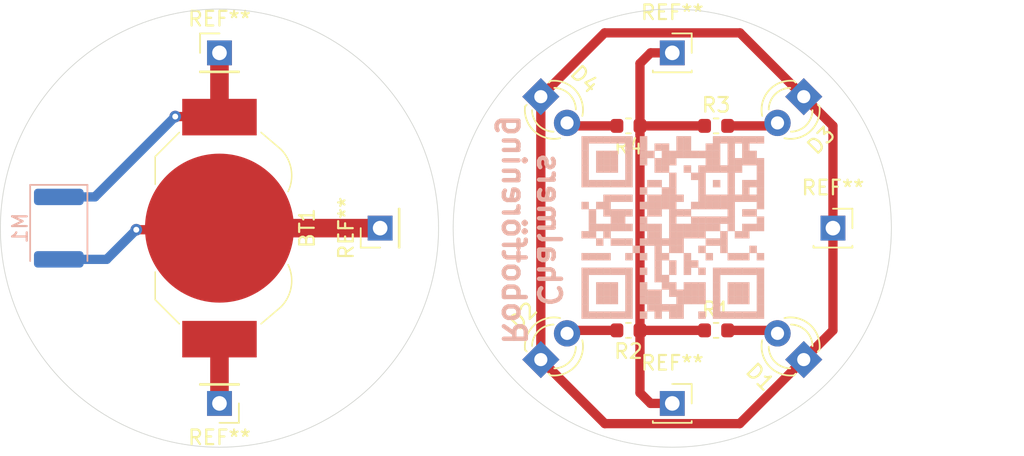
<source format=kicad_pcb>
(kicad_pcb (version 20171130) (host pcbnew 5.1.4)

  (general
    (thickness 1.6)
    (drawings 3)
    (tracks 44)
    (zones 0)
    (modules 17)
    (nets 7)
  )

  (page A4)
  (layers
    (0 F.Cu signal)
    (31 B.Cu signal)
    (32 B.Adhes user)
    (33 F.Adhes user)
    (34 B.Paste user)
    (35 F.Paste user)
    (36 B.SilkS user)
    (37 F.SilkS user)
    (38 B.Mask user)
    (39 F.Mask user)
    (40 Dwgs.User user)
    (41 Cmts.User user)
    (42 Eco1.User user)
    (43 Eco2.User user)
    (44 Edge.Cuts user)
    (45 Margin user)
    (46 B.CrtYd user)
    (47 F.CrtYd user)
    (48 B.Fab user)
    (49 F.Fab user)
  )

  (setup
    (last_trace_width 0.25)
    (user_trace_width 0.381)
    (user_trace_width 0.635)
    (user_trace_width 0.889)
    (user_trace_width 1.27)
    (trace_clearance 0.2)
    (zone_clearance 0.508)
    (zone_45_only no)
    (trace_min 0.2)
    (via_size 0.8)
    (via_drill 0.4)
    (via_min_size 0.4)
    (via_min_drill 0.3)
    (user_via 1.016 0.508)
    (user_via 2.032 1.016)
    (uvia_size 0.3)
    (uvia_drill 0.1)
    (uvias_allowed no)
    (uvia_min_size 0.2)
    (uvia_min_drill 0.1)
    (edge_width 0.05)
    (segment_width 0.2)
    (pcb_text_width 0.3)
    (pcb_text_size 1.5 1.5)
    (mod_edge_width 0.12)
    (mod_text_size 1 1)
    (mod_text_width 0.15)
    (pad_size 1.7 1.7)
    (pad_drill 1)
    (pad_to_mask_clearance 0.051)
    (solder_mask_min_width 0.25)
    (aux_axis_origin 0 0)
    (visible_elements FFFFFF7F)
    (pcbplotparams
      (layerselection 0x010fc_ffffffff)
      (usegerberextensions false)
      (usegerberattributes false)
      (usegerberadvancedattributes false)
      (creategerberjobfile false)
      (excludeedgelayer true)
      (linewidth 0.100000)
      (plotframeref false)
      (viasonmask false)
      (mode 1)
      (useauxorigin false)
      (hpglpennumber 1)
      (hpglpenspeed 20)
      (hpglpendiameter 15.000000)
      (psnegative false)
      (psa4output false)
      (plotreference true)
      (plotvalue true)
      (plotinvisibletext false)
      (padsonsilk false)
      (subtractmaskfromsilk false)
      (outputformat 1)
      (mirror false)
      (drillshape 1)
      (scaleselection 1)
      (outputdirectory ""))
  )

  (net 0 "")
  (net 1 "Net-(D1-Pad2)")
  (net 2 "Net-(D2-Pad2)")
  (net 3 "Net-(D3-Pad2)")
  (net 4 "Net-(D4-Pad2)")
  (net 5 +BATT)
  (net 6 -BATT)

  (net_class Default "This is the default net class."
    (clearance 0.2)
    (trace_width 0.25)
    (via_dia 0.8)
    (via_drill 0.4)
    (uvia_dia 0.3)
    (uvia_drill 0.1)
    (add_net +BATT)
    (add_net -BATT)
    (add_net "Net-(D1-Pad2)")
    (add_net "Net-(D2-Pad2)")
    (add_net "Net-(D3-Pad2)")
    (add_net "Net-(D4-Pad2)")
  )

  (module Graphics:LOGO (layer B.Cu) (tedit 0) (tstamp 5D7F338E)
    (at 184.785 116.205)
    (fp_text reference LOGO (at 0 -5) (layer B.SilkS) hide
      (effects (font (size 1.524 1.524) (thickness 0.3)) (justify mirror))
    )
    (fp_text value "" (at 0 0) (layer B.SilkS)
      (effects (font (size 1.27 1.27) (thickness 0.15)) (justify mirror))
    )
    (fp_poly (pts (xy 12 -12) (xy 12.5 -12) (xy 12.5 -12.5) (xy 12 -12.5)
      (xy 12 -12)) (layer B.SilkS) (width 0.01))
    (fp_poly (pts (xy 11.5 -12) (xy 12 -12) (xy 12 -12.5) (xy 11.5 -12.5)
      (xy 11.5 -12)) (layer B.SilkS) (width 0.01))
    (fp_poly (pts (xy 11 -12) (xy 11.5 -12) (xy 11.5 -12.5) (xy 11 -12.5)
      (xy 11 -12)) (layer B.SilkS) (width 0.01))
    (fp_poly (pts (xy 10.5 -12) (xy 11 -12) (xy 11 -12.5) (xy 10.5 -12.5)
      (xy 10.5 -12)) (layer B.SilkS) (width 0.01))
    (fp_poly (pts (xy 10 -12) (xy 10.5 -12) (xy 10.5 -12.5) (xy 10 -12.5)
      (xy 10 -12)) (layer B.SilkS) (width 0.01))
    (fp_poly (pts (xy 9.5 -12) (xy 10 -12) (xy 10 -12.5) (xy 9.5 -12.5)
      (xy 9.5 -12)) (layer B.SilkS) (width 0.01))
    (fp_poly (pts (xy 9 -12) (xy 9.5 -12) (xy 9.5 -12.5) (xy 9 -12.5)
      (xy 9 -12)) (layer B.SilkS) (width 0.01))
    (fp_poly (pts (xy 7 -12) (xy 7.5 -12) (xy 7.5 -12.5) (xy 7 -12.5)
      (xy 7 -12)) (layer B.SilkS) (width 0.01))
    (fp_poly (pts (xy 6.5 -12) (xy 7 -12) (xy 7 -12.5) (xy 6.5 -12.5)
      (xy 6.5 -12)) (layer B.SilkS) (width 0.01))
    (fp_poly (pts (xy 4 -12) (xy 4.5 -12) (xy 4.5 -12.5) (xy 4 -12.5)
      (xy 4 -12)) (layer B.SilkS) (width 0.01))
    (fp_poly (pts (xy 3 -12) (xy 3.5 -12) (xy 3.5 -12.5) (xy 3 -12.5)
      (xy 3 -12)) (layer B.SilkS) (width 0.01))
    (fp_poly (pts (xy 2.5 -12) (xy 3 -12) (xy 3 -12.5) (xy 2.5 -12.5)
      (xy 2.5 -12)) (layer B.SilkS) (width 0.01))
    (fp_poly (pts (xy 2 -12) (xy 2.5 -12) (xy 2.5 -12.5) (xy 2 -12.5)
      (xy 2 -12)) (layer B.SilkS) (width 0.01))
    (fp_poly (pts (xy 1.5 -12) (xy 2 -12) (xy 2 -12.5) (xy 1.5 -12.5)
      (xy 1.5 -12)) (layer B.SilkS) (width 0.01))
    (fp_poly (pts (xy 1 -12) (xy 1.5 -12) (xy 1.5 -12.5) (xy 1 -12.5)
      (xy 1 -12)) (layer B.SilkS) (width 0.01))
    (fp_poly (pts (xy 0.5 -12) (xy 1 -12) (xy 1 -12.5) (xy 0.5 -12.5)
      (xy 0.5 -12)) (layer B.SilkS) (width 0.01))
    (fp_poly (pts (xy 0 -12) (xy 0.5 -12) (xy 0.5 -12.5) (xy 0 -12.5)
      (xy 0 -12)) (layer B.SilkS) (width 0.01))
    (fp_poly (pts (xy 11 -11.5) (xy 11.5 -11.5) (xy 11.5 -12) (xy 11 -12)
      (xy 11 -11.5)) (layer B.SilkS) (width 0.01))
    (fp_poly (pts (xy 10 -11.5) (xy 10.5 -11.5) (xy 10.5 -12) (xy 10 -12)
      (xy 10 -11.5)) (layer B.SilkS) (width 0.01))
    (fp_poly (pts (xy 9 -11.5) (xy 9.5 -11.5) (xy 9.5 -12) (xy 9 -12)
      (xy 9 -11.5)) (layer B.SilkS) (width 0.01))
    (fp_poly (pts (xy 8.5 -11.5) (xy 9 -11.5) (xy 9 -12) (xy 8.5 -12)
      (xy 8.5 -11.5)) (layer B.SilkS) (width 0.01))
    (fp_poly (pts (xy 7 -11.5) (xy 7.5 -11.5) (xy 7.5 -12) (xy 7 -12)
      (xy 7 -11.5)) (layer B.SilkS) (width 0.01))
    (fp_poly (pts (xy 6.5 -11.5) (xy 7 -11.5) (xy 7 -12) (xy 6.5 -12)
      (xy 6.5 -11.5)) (layer B.SilkS) (width 0.01))
    (fp_poly (pts (xy 5.5 -11.5) (xy 6 -11.5) (xy 6 -12) (xy 5.5 -12)
      (xy 5.5 -11.5)) (layer B.SilkS) (width 0.01))
    (fp_poly (pts (xy 5 -11.5) (xy 5.5 -11.5) (xy 5.5 -12) (xy 5 -12)
      (xy 5 -11.5)) (layer B.SilkS) (width 0.01))
    (fp_poly (pts (xy 4 -11.5) (xy 4.5 -11.5) (xy 4.5 -12) (xy 4 -12)
      (xy 4 -11.5)) (layer B.SilkS) (width 0.01))
    (fp_poly (pts (xy 3 -11.5) (xy 3.5 -11.5) (xy 3.5 -12) (xy 3 -12)
      (xy 3 -11.5)) (layer B.SilkS) (width 0.01))
    (fp_poly (pts (xy 0 -11.5) (xy 0.5 -11.5) (xy 0.5 -12) (xy 0 -12)
      (xy 0 -11.5)) (layer B.SilkS) (width 0.01))
    (fp_poly (pts (xy 11.5 -11) (xy 12 -11) (xy 12 -11.5) (xy 11.5 -11.5)
      (xy 11.5 -11)) (layer B.SilkS) (width 0.01))
    (fp_poly (pts (xy 11 -11) (xy 11.5 -11) (xy 11.5 -11.5) (xy 11 -11.5)
      (xy 11 -11)) (layer B.SilkS) (width 0.01))
    (fp_poly (pts (xy 10 -11) (xy 10.5 -11) (xy 10.5 -11.5) (xy 10 -11.5)
      (xy 10 -11)) (layer B.SilkS) (width 0.01))
    (fp_poly (pts (xy 9 -11) (xy 9.5 -11) (xy 9.5 -11.5) (xy 9 -11.5)
      (xy 9 -11)) (layer B.SilkS) (width 0.01))
    (fp_poly (pts (xy 8.5 -11) (xy 9 -11) (xy 9 -11.5) (xy 8.5 -11.5)
      (xy 8.5 -11)) (layer B.SilkS) (width 0.01))
    (fp_poly (pts (xy 8 -11) (xy 8.5 -11) (xy 8.5 -11.5) (xy 8 -11.5)
      (xy 8 -11)) (layer B.SilkS) (width 0.01))
    (fp_poly (pts (xy 7.5 -11) (xy 8 -11) (xy 8 -11.5) (xy 7.5 -11.5)
      (xy 7.5 -11)) (layer B.SilkS) (width 0.01))
    (fp_poly (pts (xy 7 -11) (xy 7.5 -11) (xy 7.5 -11.5) (xy 7 -11.5)
      (xy 7 -11)) (layer B.SilkS) (width 0.01))
    (fp_poly (pts (xy 6.5 -11) (xy 7 -11) (xy 7 -11.5) (xy 6.5 -11.5)
      (xy 6.5 -11)) (layer B.SilkS) (width 0.01))
    (fp_poly (pts (xy 6 -11) (xy 6.5 -11) (xy 6.5 -11.5) (xy 6 -11.5)
      (xy 6 -11)) (layer B.SilkS) (width 0.01))
    (fp_poly (pts (xy 5.5 -11) (xy 6 -11) (xy 6 -11.5) (xy 5.5 -11.5)
      (xy 5.5 -11)) (layer B.SilkS) (width 0.01))
    (fp_poly (pts (xy 4.5 -11) (xy 5 -11) (xy 5 -11.5) (xy 4.5 -11.5)
      (xy 4.5 -11)) (layer B.SilkS) (width 0.01))
    (fp_poly (pts (xy 4 -11) (xy 4.5 -11) (xy 4.5 -11.5) (xy 4 -11.5)
      (xy 4 -11)) (layer B.SilkS) (width 0.01))
    (fp_poly (pts (xy 3 -11) (xy 3.5 -11) (xy 3.5 -11.5) (xy 3 -11.5)
      (xy 3 -11)) (layer B.SilkS) (width 0.01))
    (fp_poly (pts (xy 2 -11) (xy 2.5 -11) (xy 2.5 -11.5) (xy 2 -11.5)
      (xy 2 -11)) (layer B.SilkS) (width 0.01))
    (fp_poly (pts (xy 1.5 -11) (xy 2 -11) (xy 2 -11.5) (xy 1.5 -11.5)
      (xy 1.5 -11)) (layer B.SilkS) (width 0.01))
    (fp_poly (pts (xy 1 -11) (xy 1.5 -11) (xy 1.5 -11.5) (xy 1 -11.5)
      (xy 1 -11)) (layer B.SilkS) (width 0.01))
    (fp_poly (pts (xy 0 -11) (xy 0.5 -11) (xy 0.5 -11.5) (xy 0 -11.5)
      (xy 0 -11)) (layer B.SilkS) (width 0.01))
    (fp_poly (pts (xy 12 -10.5) (xy 12.5 -10.5) (xy 12.5 -11) (xy 12 -11)
      (xy 12 -10.5)) (layer B.SilkS) (width 0.01))
    (fp_poly (pts (xy 11.5 -10.5) (xy 12 -10.5) (xy 12 -11) (xy 11.5 -11)
      (xy 11.5 -10.5)) (layer B.SilkS) (width 0.01))
    (fp_poly (pts (xy 11 -10.5) (xy 11.5 -10.5) (xy 11.5 -11) (xy 11 -11)
      (xy 11 -10.5)) (layer B.SilkS) (width 0.01))
    (fp_poly (pts (xy 10.5 -10.5) (xy 11 -10.5) (xy 11 -11) (xy 10.5 -11)
      (xy 10.5 -10.5)) (layer B.SilkS) (width 0.01))
    (fp_poly (pts (xy 10 -10.5) (xy 10.5 -10.5) (xy 10.5 -11) (xy 10 -11)
      (xy 10 -10.5)) (layer B.SilkS) (width 0.01))
    (fp_poly (pts (xy 9 -10.5) (xy 9.5 -10.5) (xy 9.5 -11) (xy 9 -11)
      (xy 9 -10.5)) (layer B.SilkS) (width 0.01))
    (fp_poly (pts (xy 8.5 -10.5) (xy 9 -10.5) (xy 9 -11) (xy 8.5 -11)
      (xy 8.5 -10.5)) (layer B.SilkS) (width 0.01))
    (fp_poly (pts (xy 6 -10.5) (xy 6.5 -10.5) (xy 6.5 -11) (xy 6 -11)
      (xy 6 -10.5)) (layer B.SilkS) (width 0.01))
    (fp_poly (pts (xy 5.5 -10.5) (xy 6 -10.5) (xy 6 -11) (xy 5.5 -11)
      (xy 5.5 -10.5)) (layer B.SilkS) (width 0.01))
    (fp_poly (pts (xy 5 -10.5) (xy 5.5 -10.5) (xy 5.5 -11) (xy 5 -11)
      (xy 5 -10.5)) (layer B.SilkS) (width 0.01))
    (fp_poly (pts (xy 4 -10.5) (xy 4.5 -10.5) (xy 4.5 -11) (xy 4 -11)
      (xy 4 -10.5)) (layer B.SilkS) (width 0.01))
    (fp_poly (pts (xy 3 -10.5) (xy 3.5 -10.5) (xy 3.5 -11) (xy 3 -11)
      (xy 3 -10.5)) (layer B.SilkS) (width 0.01))
    (fp_poly (pts (xy 2 -10.5) (xy 2.5 -10.5) (xy 2.5 -11) (xy 2 -11)
      (xy 2 -10.5)) (layer B.SilkS) (width 0.01))
    (fp_poly (pts (xy 1.5 -10.5) (xy 2 -10.5) (xy 2 -11) (xy 1.5 -11)
      (xy 1.5 -10.5)) (layer B.SilkS) (width 0.01))
    (fp_poly (pts (xy 1 -10.5) (xy 1.5 -10.5) (xy 1.5 -11) (xy 1 -11)
      (xy 1 -10.5)) (layer B.SilkS) (width 0.01))
    (fp_poly (pts (xy 0 -10.5) (xy 0.5 -10.5) (xy 0.5 -11) (xy 0 -11)
      (xy 0 -10.5)) (layer B.SilkS) (width 0.01))
    (fp_poly (pts (xy 12 -10) (xy 12.5 -10) (xy 12.5 -10.5) (xy 12 -10.5)
      (xy 12 -10)) (layer B.SilkS) (width 0.01))
    (fp_poly (pts (xy 10.5 -10) (xy 11 -10) (xy 11 -10.5) (xy 10.5 -10.5)
      (xy 10.5 -10)) (layer B.SilkS) (width 0.01))
    (fp_poly (pts (xy 10 -10) (xy 10.5 -10) (xy 10.5 -10.5) (xy 10 -10.5)
      (xy 10 -10)) (layer B.SilkS) (width 0.01))
    (fp_poly (pts (xy 9.5 -10) (xy 10 -10) (xy 10 -10.5) (xy 9.5 -10.5)
      (xy 9.5 -10)) (layer B.SilkS) (width 0.01))
    (fp_poly (pts (xy 9 -10) (xy 9.5 -10) (xy 9.5 -10.5) (xy 9 -10.5)
      (xy 9 -10)) (layer B.SilkS) (width 0.01))
    (fp_poly (pts (xy 8.5 -10) (xy 9 -10) (xy 9 -10.5) (xy 8.5 -10.5)
      (xy 8.5 -10)) (layer B.SilkS) (width 0.01))
    (fp_poly (pts (xy 8 -10) (xy 8.5 -10) (xy 8.5 -10.5) (xy 8 -10.5)
      (xy 8 -10)) (layer B.SilkS) (width 0.01))
    (fp_poly (pts (xy 7 -10) (xy 7.5 -10) (xy 7.5 -10.5) (xy 7 -10.5)
      (xy 7 -10)) (layer B.SilkS) (width 0.01))
    (fp_poly (pts (xy 5.5 -10) (xy 6 -10) (xy 6 -10.5) (xy 5.5 -10.5)
      (xy 5.5 -10)) (layer B.SilkS) (width 0.01))
    (fp_poly (pts (xy 5 -10) (xy 5.5 -10) (xy 5.5 -10.5) (xy 5 -10.5)
      (xy 5 -10)) (layer B.SilkS) (width 0.01))
    (fp_poly (pts (xy 3 -10) (xy 3.5 -10) (xy 3.5 -10.5) (xy 3 -10.5)
      (xy 3 -10)) (layer B.SilkS) (width 0.01))
    (fp_poly (pts (xy 2 -10) (xy 2.5 -10) (xy 2.5 -10.5) (xy 2 -10.5)
      (xy 2 -10)) (layer B.SilkS) (width 0.01))
    (fp_poly (pts (xy 1.5 -10) (xy 2 -10) (xy 2 -10.5) (xy 1.5 -10.5)
      (xy 1.5 -10)) (layer B.SilkS) (width 0.01))
    (fp_poly (pts (xy 1 -10) (xy 1.5 -10) (xy 1.5 -10.5) (xy 1 -10.5)
      (xy 1 -10)) (layer B.SilkS) (width 0.01))
    (fp_poly (pts (xy 0 -10) (xy 0.5 -10) (xy 0.5 -10.5) (xy 0 -10.5)
      (xy 0 -10)) (layer B.SilkS) (width 0.01))
    (fp_poly (pts (xy 12 -9.5) (xy 12.5 -9.5) (xy 12.5 -10) (xy 12 -10)
      (xy 12 -9.5)) (layer B.SilkS) (width 0.01))
    (fp_poly (pts (xy 10 -9.5) (xy 10.5 -9.5) (xy 10.5 -10) (xy 10 -10)
      (xy 10 -9.5)) (layer B.SilkS) (width 0.01))
    (fp_poly (pts (xy 8 -9.5) (xy 8.5 -9.5) (xy 8.5 -10) (xy 8 -10)
      (xy 8 -9.5)) (layer B.SilkS) (width 0.01))
    (fp_poly (pts (xy 7.5 -9.5) (xy 8 -9.5) (xy 8 -10) (xy 7.5 -10)
      (xy 7.5 -9.5)) (layer B.SilkS) (width 0.01))
    (fp_poly (pts (xy 6 -9.5) (xy 6.5 -9.5) (xy 6.5 -10) (xy 6 -10)
      (xy 6 -9.5)) (layer B.SilkS) (width 0.01))
    (fp_poly (pts (xy 3 -9.5) (xy 3.5 -9.5) (xy 3.5 -10) (xy 3 -10)
      (xy 3 -9.5)) (layer B.SilkS) (width 0.01))
    (fp_poly (pts (xy 0 -9.5) (xy 0.5 -9.5) (xy 0.5 -10) (xy 0 -10)
      (xy 0 -9.5)) (layer B.SilkS) (width 0.01))
    (fp_poly (pts (xy 12 -9) (xy 12.5 -9) (xy 12.5 -9.5) (xy 12 -9.5)
      (xy 12 -9)) (layer B.SilkS) (width 0.01))
    (fp_poly (pts (xy 11.5 -9) (xy 12 -9) (xy 12 -9.5) (xy 11.5 -9.5)
      (xy 11.5 -9)) (layer B.SilkS) (width 0.01))
    (fp_poly (pts (xy 11 -9) (xy 11.5 -9) (xy 11.5 -9.5) (xy 11 -9.5)
      (xy 11 -9)) (layer B.SilkS) (width 0.01))
    (fp_poly (pts (xy 10 -9) (xy 10.5 -9) (xy 10.5 -9.5) (xy 10 -9.5)
      (xy 10 -9)) (layer B.SilkS) (width 0.01))
    (fp_poly (pts (xy 9 -9) (xy 9.5 -9) (xy 9.5 -9.5) (xy 9 -9.5)
      (xy 9 -9)) (layer B.SilkS) (width 0.01))
    (fp_poly (pts (xy 8 -9) (xy 8.5 -9) (xy 8.5 -9.5) (xy 8 -9.5)
      (xy 8 -9)) (layer B.SilkS) (width 0.01))
    (fp_poly (pts (xy 6 -9) (xy 6.5 -9) (xy 6.5 -9.5) (xy 6 -9.5)
      (xy 6 -9)) (layer B.SilkS) (width 0.01))
    (fp_poly (pts (xy 5 -9) (xy 5.5 -9) (xy 5.5 -9.5) (xy 5 -9.5)
      (xy 5 -9)) (layer B.SilkS) (width 0.01))
    (fp_poly (pts (xy 4.5 -9) (xy 5 -9) (xy 5 -9.5) (xy 4.5 -9.5)
      (xy 4.5 -9)) (layer B.SilkS) (width 0.01))
    (fp_poly (pts (xy 3 -9) (xy 3.5 -9) (xy 3.5 -9.5) (xy 3 -9.5)
      (xy 3 -9)) (layer B.SilkS) (width 0.01))
    (fp_poly (pts (xy 2.5 -9) (xy 3 -9) (xy 3 -9.5) (xy 2.5 -9.5)
      (xy 2.5 -9)) (layer B.SilkS) (width 0.01))
    (fp_poly (pts (xy 2 -9) (xy 2.5 -9) (xy 2.5 -9.5) (xy 2 -9.5)
      (xy 2 -9)) (layer B.SilkS) (width 0.01))
    (fp_poly (pts (xy 1.5 -9) (xy 2 -9) (xy 2 -9.5) (xy 1.5 -9.5)
      (xy 1.5 -9)) (layer B.SilkS) (width 0.01))
    (fp_poly (pts (xy 1 -9) (xy 1.5 -9) (xy 1.5 -9.5) (xy 1 -9.5)
      (xy 1 -9)) (layer B.SilkS) (width 0.01))
    (fp_poly (pts (xy 0.5 -9) (xy 1 -9) (xy 1 -9.5) (xy 0.5 -9.5)
      (xy 0.5 -9)) (layer B.SilkS) (width 0.01))
    (fp_poly (pts (xy 0 -9) (xy 0.5 -9) (xy 0.5 -9.5) (xy 0 -9.5)
      (xy 0 -9)) (layer B.SilkS) (width 0.01))
    (fp_poly (pts (xy 12 -8.5) (xy 12.5 -8.5) (xy 12.5 -9) (xy 12 -9)
      (xy 12 -8.5)) (layer B.SilkS) (width 0.01))
    (fp_poly (pts (xy 11 -8.5) (xy 11.5 -8.5) (xy 11.5 -9) (xy 11 -9)
      (xy 11 -8.5)) (layer B.SilkS) (width 0.01))
    (fp_poly (pts (xy 10 -8.5) (xy 10.5 -8.5) (xy 10.5 -9) (xy 10 -9)
      (xy 10 -8.5)) (layer B.SilkS) (width 0.01))
    (fp_poly (pts (xy 8 -8.5) (xy 8.5 -8.5) (xy 8.5 -9) (xy 8 -9)
      (xy 8 -8.5)) (layer B.SilkS) (width 0.01))
    (fp_poly (pts (xy 6 -8.5) (xy 6.5 -8.5) (xy 6.5 -9) (xy 6 -9)
      (xy 6 -8.5)) (layer B.SilkS) (width 0.01))
    (fp_poly (pts (xy 5.5 -8.5) (xy 6 -8.5) (xy 6 -9) (xy 5.5 -9)
      (xy 5.5 -8.5)) (layer B.SilkS) (width 0.01))
    (fp_poly (pts (xy 4 -8.5) (xy 4.5 -8.5) (xy 4.5 -9) (xy 4 -9)
      (xy 4 -8.5)) (layer B.SilkS) (width 0.01))
    (fp_poly (pts (xy 12 -8) (xy 12.5 -8) (xy 12.5 -8.5) (xy 12 -8.5)
      (xy 12 -8)) (layer B.SilkS) (width 0.01))
    (fp_poly (pts (xy 11.5 -8) (xy 12 -8) (xy 12 -8.5) (xy 11.5 -8.5)
      (xy 11.5 -8)) (layer B.SilkS) (width 0.01))
    (fp_poly (pts (xy 11 -8) (xy 11.5 -8) (xy 11.5 -8.5) (xy 11 -8.5)
      (xy 11 -8)) (layer B.SilkS) (width 0.01))
    (fp_poly (pts (xy 10.5 -8) (xy 11 -8) (xy 11 -8.5) (xy 10.5 -8.5)
      (xy 10.5 -8)) (layer B.SilkS) (width 0.01))
    (fp_poly (pts (xy 10 -8) (xy 10.5 -8) (xy 10.5 -8.5) (xy 10 -8.5)
      (xy 10 -8)) (layer B.SilkS) (width 0.01))
    (fp_poly (pts (xy 9.5 -8) (xy 10 -8) (xy 10 -8.5) (xy 9.5 -8.5)
      (xy 9.5 -8)) (layer B.SilkS) (width 0.01))
    (fp_poly (pts (xy 9 -8) (xy 9.5 -8) (xy 9.5 -8.5) (xy 9 -8.5)
      (xy 9 -8)) (layer B.SilkS) (width 0.01))
    (fp_poly (pts (xy 8.5 -8) (xy 9 -8) (xy 9 -8.5) (xy 8.5 -8.5)
      (xy 8.5 -8)) (layer B.SilkS) (width 0.01))
    (fp_poly (pts (xy 8 -8) (xy 8.5 -8) (xy 8.5 -8.5) (xy 8 -8.5)
      (xy 8 -8)) (layer B.SilkS) (width 0.01))
    (fp_poly (pts (xy 6.5 -8) (xy 7 -8) (xy 7 -8.5) (xy 6.5 -8.5)
      (xy 6.5 -8)) (layer B.SilkS) (width 0.01))
    (fp_poly (pts (xy 6 -8) (xy 6.5 -8) (xy 6.5 -8.5) (xy 6 -8.5)
      (xy 6 -8)) (layer B.SilkS) (width 0.01))
    (fp_poly (pts (xy 5.5 -8) (xy 6 -8) (xy 6 -8.5) (xy 5.5 -8.5)
      (xy 5.5 -8)) (layer B.SilkS) (width 0.01))
    (fp_poly (pts (xy 5 -8) (xy 5.5 -8) (xy 5.5 -8.5) (xy 5 -8.5)
      (xy 5 -8)) (layer B.SilkS) (width 0.01))
    (fp_poly (pts (xy 4.5 -8) (xy 5 -8) (xy 5 -8.5) (xy 4.5 -8.5)
      (xy 4.5 -8)) (layer B.SilkS) (width 0.01))
    (fp_poly (pts (xy 3 -8) (xy 3.5 -8) (xy 3.5 -8.5) (xy 3 -8.5)
      (xy 3 -8)) (layer B.SilkS) (width 0.01))
    (fp_poly (pts (xy 2.5 -8) (xy 3 -8) (xy 3 -8.5) (xy 2.5 -8.5)
      (xy 2.5 -8)) (layer B.SilkS) (width 0.01))
    (fp_poly (pts (xy 2 -8) (xy 2.5 -8) (xy 2.5 -8.5) (xy 2 -8.5)
      (xy 2 -8)) (layer B.SilkS) (width 0.01))
    (fp_poly (pts (xy 1.5 -8) (xy 2 -8) (xy 2 -8.5) (xy 1.5 -8.5)
      (xy 1.5 -8)) (layer B.SilkS) (width 0.01))
    (fp_poly (pts (xy 12 -7.5) (xy 12.5 -7.5) (xy 12.5 -8) (xy 12 -8)
      (xy 12 -7.5)) (layer B.SilkS) (width 0.01))
    (fp_poly (pts (xy 10 -7.5) (xy 10.5 -7.5) (xy 10.5 -8) (xy 10 -8)
      (xy 10 -7.5)) (layer B.SilkS) (width 0.01))
    (fp_poly (pts (xy 9.5 -7.5) (xy 10 -7.5) (xy 10 -8) (xy 9.5 -8)
      (xy 9.5 -7.5)) (layer B.SilkS) (width 0.01))
    (fp_poly (pts (xy 9 -7.5) (xy 9.5 -7.5) (xy 9.5 -8) (xy 9 -8)
      (xy 9 -7.5)) (layer B.SilkS) (width 0.01))
    (fp_poly (pts (xy 8.5 -7.5) (xy 9 -7.5) (xy 9 -8) (xy 8.5 -8)
      (xy 8.5 -7.5)) (layer B.SilkS) (width 0.01))
    (fp_poly (pts (xy 8 -7.5) (xy 8.5 -7.5) (xy 8.5 -8) (xy 8 -8)
      (xy 8 -7.5)) (layer B.SilkS) (width 0.01))
    (fp_poly (pts (xy 7.5 -7.5) (xy 8 -7.5) (xy 8 -8) (xy 7.5 -8)
      (xy 7.5 -7.5)) (layer B.SilkS) (width 0.01))
    (fp_poly (pts (xy 6 -7.5) (xy 6.5 -7.5) (xy 6.5 -8) (xy 6 -8)
      (xy 6 -7.5)) (layer B.SilkS) (width 0.01))
    (fp_poly (pts (xy 5.5 -7.5) (xy 6 -7.5) (xy 6 -8) (xy 5.5 -8)
      (xy 5.5 -7.5)) (layer B.SilkS) (width 0.01))
    (fp_poly (pts (xy 5 -7.5) (xy 5.5 -7.5) (xy 5.5 -8) (xy 5 -8)
      (xy 5 -7.5)) (layer B.SilkS) (width 0.01))
    (fp_poly (pts (xy 4.5 -7.5) (xy 5 -7.5) (xy 5 -8) (xy 4.5 -8)
      (xy 4.5 -7.5)) (layer B.SilkS) (width 0.01))
    (fp_poly (pts (xy 4 -7.5) (xy 4.5 -7.5) (xy 4.5 -8) (xy 4 -8)
      (xy 4 -7.5)) (layer B.SilkS) (width 0.01))
    (fp_poly (pts (xy 1.5 -7.5) (xy 2 -7.5) (xy 2 -8) (xy 1.5 -8)
      (xy 1.5 -7.5)) (layer B.SilkS) (width 0.01))
    (fp_poly (pts (xy 1 -7.5) (xy 1.5 -7.5) (xy 1.5 -8) (xy 1 -8)
      (xy 1 -7.5)) (layer B.SilkS) (width 0.01))
    (fp_poly (pts (xy 0 -7.5) (xy 0.5 -7.5) (xy 0.5 -8) (xy 0 -8)
      (xy 0 -7.5)) (layer B.SilkS) (width 0.01))
    (fp_poly (pts (xy 11.5 -7) (xy 12 -7) (xy 12 -7.5) (xy 11.5 -7.5)
      (xy 11.5 -7)) (layer B.SilkS) (width 0.01))
    (fp_poly (pts (xy 11 -7) (xy 11.5 -7) (xy 11.5 -7.5) (xy 11 -7.5)
      (xy 11 -7)) (layer B.SilkS) (width 0.01))
    (fp_poly (pts (xy 10 -7) (xy 10.5 -7) (xy 10.5 -7.5) (xy 10 -7.5)
      (xy 10 -7)) (layer B.SilkS) (width 0.01))
    (fp_poly (pts (xy 7 -7) (xy 7.5 -7) (xy 7.5 -7.5) (xy 7 -7.5)
      (xy 7 -7)) (layer B.SilkS) (width 0.01))
    (fp_poly (pts (xy 6.5 -7) (xy 7 -7) (xy 7 -7.5) (xy 6.5 -7.5)
      (xy 6.5 -7)) (layer B.SilkS) (width 0.01))
    (fp_poly (pts (xy 6 -7) (xy 6.5 -7) (xy 6.5 -7.5) (xy 6 -7.5)
      (xy 6 -7)) (layer B.SilkS) (width 0.01))
    (fp_poly (pts (xy 5 -7) (xy 5.5 -7) (xy 5.5 -7.5) (xy 5 -7.5)
      (xy 5 -7)) (layer B.SilkS) (width 0.01))
    (fp_poly (pts (xy 4.5 -7) (xy 5 -7) (xy 5 -7.5) (xy 4.5 -7.5)
      (xy 4.5 -7)) (layer B.SilkS) (width 0.01))
    (fp_poly (pts (xy 3 -7) (xy 3.5 -7) (xy 3.5 -7.5) (xy 3 -7.5)
      (xy 3 -7)) (layer B.SilkS) (width 0.01))
    (fp_poly (pts (xy 2.5 -7) (xy 3 -7) (xy 3 -7.5) (xy 2.5 -7.5)
      (xy 2.5 -7)) (layer B.SilkS) (width 0.01))
    (fp_poly (pts (xy 2 -7) (xy 2.5 -7) (xy 2.5 -7.5) (xy 2 -7.5)
      (xy 2 -7)) (layer B.SilkS) (width 0.01))
    (fp_poly (pts (xy 1.5 -7) (xy 2 -7) (xy 2 -7.5) (xy 1.5 -7.5)
      (xy 1.5 -7)) (layer B.SilkS) (width 0.01))
    (fp_poly (pts (xy 0.5 -7) (xy 1 -7) (xy 1 -7.5) (xy 0.5 -7.5)
      (xy 0.5 -7)) (layer B.SilkS) (width 0.01))
    (fp_poly (pts (xy 12 -6.5) (xy 12.5 -6.5) (xy 12.5 -7) (xy 12 -7)
      (xy 12 -6.5)) (layer B.SilkS) (width 0.01))
    (fp_poly (pts (xy 10 -6.5) (xy 10.5 -6.5) (xy 10.5 -7) (xy 10 -7)
      (xy 10 -6.5)) (layer B.SilkS) (width 0.01))
    (fp_poly (pts (xy 9.5 -6.5) (xy 10 -6.5) (xy 10 -7) (xy 9.5 -7)
      (xy 9.5 -6.5)) (layer B.SilkS) (width 0.01))
    (fp_poly (pts (xy 9 -6.5) (xy 9.5 -6.5) (xy 9.5 -7) (xy 9 -7)
      (xy 9 -6.5)) (layer B.SilkS) (width 0.01))
    (fp_poly (pts (xy 8.5 -6.5) (xy 9 -6.5) (xy 9 -7) (xy 8.5 -7)
      (xy 8.5 -6.5)) (layer B.SilkS) (width 0.01))
    (fp_poly (pts (xy 8 -6.5) (xy 8.5 -6.5) (xy 8.5 -7) (xy 8 -7)
      (xy 8 -6.5)) (layer B.SilkS) (width 0.01))
    (fp_poly (pts (xy 7.5 -6.5) (xy 8 -6.5) (xy 8 -7) (xy 7.5 -7)
      (xy 7.5 -6.5)) (layer B.SilkS) (width 0.01))
    (fp_poly (pts (xy 6 -6.5) (xy 6.5 -6.5) (xy 6.5 -7) (xy 6 -7)
      (xy 6 -6.5)) (layer B.SilkS) (width 0.01))
    (fp_poly (pts (xy 4 -6.5) (xy 4.5 -6.5) (xy 4.5 -7) (xy 4 -7)
      (xy 4 -6.5)) (layer B.SilkS) (width 0.01))
    (fp_poly (pts (xy 2.5 -6.5) (xy 3 -6.5) (xy 3 -7) (xy 2.5 -7)
      (xy 2.5 -6.5)) (layer B.SilkS) (width 0.01))
    (fp_poly (pts (xy 2 -6.5) (xy 2.5 -6.5) (xy 2.5 -7) (xy 2 -7)
      (xy 2 -6.5)) (layer B.SilkS) (width 0.01))
    (fp_poly (pts (xy 0.5 -6.5) (xy 1 -6.5) (xy 1 -7) (xy 0.5 -7)
      (xy 0.5 -6.5)) (layer B.SilkS) (width 0.01))
    (fp_poly (pts (xy 12 -6) (xy 12.5 -6) (xy 12.5 -6.5) (xy 12 -6.5)
      (xy 12 -6)) (layer B.SilkS) (width 0.01))
    (fp_poly (pts (xy 11.5 -6) (xy 12 -6) (xy 12 -6.5) (xy 11.5 -6.5)
      (xy 11.5 -6)) (layer B.SilkS) (width 0.01))
    (fp_poly (pts (xy 11 -6) (xy 11.5 -6) (xy 11.5 -6.5) (xy 11 -6.5)
      (xy 11 -6)) (layer B.SilkS) (width 0.01))
    (fp_poly (pts (xy 10 -6) (xy 10.5 -6) (xy 10.5 -6.5) (xy 10 -6.5)
      (xy 10 -6)) (layer B.SilkS) (width 0.01))
    (fp_poly (pts (xy 9 -6) (xy 9.5 -6) (xy 9.5 -6.5) (xy 9 -6.5)
      (xy 9 -6)) (layer B.SilkS) (width 0.01))
    (fp_poly (pts (xy 8.5 -6) (xy 9 -6) (xy 9 -6.5) (xy 8.5 -6.5)
      (xy 8.5 -6)) (layer B.SilkS) (width 0.01))
    (fp_poly (pts (xy 8 -6) (xy 8.5 -6) (xy 8.5 -6.5) (xy 8 -6.5)
      (xy 8 -6)) (layer B.SilkS) (width 0.01))
    (fp_poly (pts (xy 7.5 -6) (xy 8 -6) (xy 8 -6.5) (xy 7.5 -6.5)
      (xy 7.5 -6)) (layer B.SilkS) (width 0.01))
    (fp_poly (pts (xy 7 -6) (xy 7.5 -6) (xy 7.5 -6.5) (xy 7 -6.5)
      (xy 7 -6)) (layer B.SilkS) (width 0.01))
    (fp_poly (pts (xy 6.5 -6) (xy 7 -6) (xy 7 -6.5) (xy 6.5 -6.5)
      (xy 6.5 -6)) (layer B.SilkS) (width 0.01))
    (fp_poly (pts (xy 6 -6) (xy 6.5 -6) (xy 6.5 -6.5) (xy 6 -6.5)
      (xy 6 -6)) (layer B.SilkS) (width 0.01))
    (fp_poly (pts (xy 5 -6) (xy 5.5 -6) (xy 5.5 -6.5) (xy 5 -6.5)
      (xy 5 -6)) (layer B.SilkS) (width 0.01))
    (fp_poly (pts (xy 4.5 -6) (xy 5 -6) (xy 5 -6.5) (xy 4.5 -6.5)
      (xy 4.5 -6)) (layer B.SilkS) (width 0.01))
    (fp_poly (pts (xy 4 -6) (xy 4.5 -6) (xy 4.5 -6.5) (xy 4 -6.5)
      (xy 4 -6)) (layer B.SilkS) (width 0.01))
    (fp_poly (pts (xy 3 -6) (xy 3.5 -6) (xy 3.5 -6.5) (xy 3 -6.5)
      (xy 3 -6)) (layer B.SilkS) (width 0.01))
    (fp_poly (pts (xy 2.5 -6) (xy 3 -6) (xy 3 -6.5) (xy 2.5 -6.5)
      (xy 2.5 -6)) (layer B.SilkS) (width 0.01))
    (fp_poly (pts (xy 2 -6) (xy 2.5 -6) (xy 2.5 -6.5) (xy 2 -6.5)
      (xy 2 -6)) (layer B.SilkS) (width 0.01))
    (fp_poly (pts (xy 1.5 -6) (xy 2 -6) (xy 2 -6.5) (xy 1.5 -6.5)
      (xy 1.5 -6)) (layer B.SilkS) (width 0.01))
    (fp_poly (pts (xy 1 -6) (xy 1.5 -6) (xy 1.5 -6.5) (xy 1 -6.5)
      (xy 1 -6)) (layer B.SilkS) (width 0.01))
    (fp_poly (pts (xy 0.5 -6) (xy 1 -6) (xy 1 -6.5) (xy 0.5 -6.5)
      (xy 0.5 -6)) (layer B.SilkS) (width 0.01))
    (fp_poly (pts (xy 11 -5.5) (xy 11.5 -5.5) (xy 11.5 -6) (xy 11 -6)
      (xy 11 -5.5)) (layer B.SilkS) (width 0.01))
    (fp_poly (pts (xy 10.5 -5.5) (xy 11 -5.5) (xy 11 -6) (xy 10.5 -6)
      (xy 10.5 -5.5)) (layer B.SilkS) (width 0.01))
    (fp_poly (pts (xy 9.5 -5.5) (xy 10 -5.5) (xy 10 -6) (xy 9.5 -6)
      (xy 9.5 -5.5)) (layer B.SilkS) (width 0.01))
    (fp_poly (pts (xy 8 -5.5) (xy 8.5 -5.5) (xy 8.5 -6) (xy 8 -6)
      (xy 8 -5.5)) (layer B.SilkS) (width 0.01))
    (fp_poly (pts (xy 7.5 -5.5) (xy 8 -5.5) (xy 8 -6) (xy 7.5 -6)
      (xy 7.5 -5.5)) (layer B.SilkS) (width 0.01))
    (fp_poly (pts (xy 7 -5.5) (xy 7.5 -5.5) (xy 7.5 -6) (xy 7 -6)
      (xy 7 -5.5)) (layer B.SilkS) (width 0.01))
    (fp_poly (pts (xy 6.5 -5.5) (xy 7 -5.5) (xy 7 -6) (xy 6.5 -6)
      (xy 6.5 -5.5)) (layer B.SilkS) (width 0.01))
    (fp_poly (pts (xy 6 -5.5) (xy 6.5 -5.5) (xy 6.5 -6) (xy 6 -6)
      (xy 6 -5.5)) (layer B.SilkS) (width 0.01))
    (fp_poly (pts (xy 5 -5.5) (xy 5.5 -5.5) (xy 5.5 -6) (xy 5 -6)
      (xy 5 -5.5)) (layer B.SilkS) (width 0.01))
    (fp_poly (pts (xy 4.5 -5.5) (xy 5 -5.5) (xy 5 -6) (xy 4.5 -6)
      (xy 4.5 -5.5)) (layer B.SilkS) (width 0.01))
    (fp_poly (pts (xy 1.5 -5.5) (xy 2 -5.5) (xy 2 -6) (xy 1.5 -6)
      (xy 1.5 -5.5)) (layer B.SilkS) (width 0.01))
    (fp_poly (pts (xy 0.5 -5.5) (xy 1 -5.5) (xy 1 -6) (xy 0.5 -6)
      (xy 0.5 -5.5)) (layer B.SilkS) (width 0.01))
    (fp_poly (pts (xy 0 -5.5) (xy 0.5 -5.5) (xy 0.5 -6) (xy 0 -6)
      (xy 0 -5.5)) (layer B.SilkS) (width 0.01))
    (fp_poly (pts (xy 9.5 -5) (xy 10 -5) (xy 10 -5.5) (xy 9.5 -5.5)
      (xy 9.5 -5)) (layer B.SilkS) (width 0.01))
    (fp_poly (pts (xy 9 -5) (xy 9.5 -5) (xy 9.5 -5.5) (xy 9 -5.5)
      (xy 9 -5)) (layer B.SilkS) (width 0.01))
    (fp_poly (pts (xy 8.5 -5) (xy 9 -5) (xy 9 -5.5) (xy 8.5 -5.5)
      (xy 8.5 -5)) (layer B.SilkS) (width 0.01))
    (fp_poly (pts (xy 6.5 -5) (xy 7 -5) (xy 7 -5.5) (xy 6.5 -5.5)
      (xy 6.5 -5)) (layer B.SilkS) (width 0.01))
    (fp_poly (pts (xy 6 -5) (xy 6.5 -5) (xy 6.5 -5.5) (xy 6 -5.5)
      (xy 6 -5)) (layer B.SilkS) (width 0.01))
    (fp_poly (pts (xy 5.5 -5) (xy 6 -5) (xy 6 -5.5) (xy 5.5 -5.5)
      (xy 5.5 -5)) (layer B.SilkS) (width 0.01))
    (fp_poly (pts (xy 5 -5) (xy 5.5 -5) (xy 5.5 -5.5) (xy 5 -5.5)
      (xy 5 -5)) (layer B.SilkS) (width 0.01))
    (fp_poly (pts (xy 4.5 -5) (xy 5 -5) (xy 5 -5.5) (xy 4.5 -5.5)
      (xy 4.5 -5)) (layer B.SilkS) (width 0.01))
    (fp_poly (pts (xy 4 -5) (xy 4.5 -5) (xy 4.5 -5.5) (xy 4 -5.5)
      (xy 4 -5)) (layer B.SilkS) (width 0.01))
    (fp_poly (pts (xy 3 -5) (xy 3.5 -5) (xy 3.5 -5.5) (xy 3 -5.5)
      (xy 3 -5)) (layer B.SilkS) (width 0.01))
    (fp_poly (pts (xy 2.5 -5) (xy 3 -5) (xy 3 -5.5) (xy 2.5 -5.5)
      (xy 2.5 -5)) (layer B.SilkS) (width 0.01))
    (fp_poly (pts (xy 2 -5) (xy 2.5 -5) (xy 2.5 -5.5) (xy 2 -5.5)
      (xy 2 -5)) (layer B.SilkS) (width 0.01))
    (fp_poly (pts (xy 1 -5) (xy 1.5 -5) (xy 1.5 -5.5) (xy 1 -5.5)
      (xy 1 -5)) (layer B.SilkS) (width 0.01))
    (fp_poly (pts (xy 11.5 -4.5) (xy 12 -4.5) (xy 12 -5) (xy 11.5 -5)
      (xy 11.5 -4.5)) (layer B.SilkS) (width 0.01))
    (fp_poly (pts (xy 9.5 -4.5) (xy 10 -4.5) (xy 10 -5) (xy 9.5 -5)
      (xy 9.5 -4.5)) (layer B.SilkS) (width 0.01))
    (fp_poly (pts (xy 8 -4.5) (xy 8.5 -4.5) (xy 8.5 -5) (xy 8 -5)
      (xy 8 -4.5)) (layer B.SilkS) (width 0.01))
    (fp_poly (pts (xy 6.5 -4.5) (xy 7 -4.5) (xy 7 -5) (xy 6.5 -5)
      (xy 6.5 -4.5)) (layer B.SilkS) (width 0.01))
    (fp_poly (pts (xy 6 -4.5) (xy 6.5 -4.5) (xy 6.5 -5) (xy 6 -5)
      (xy 6 -4.5)) (layer B.SilkS) (width 0.01))
    (fp_poly (pts (xy 5 -4.5) (xy 5.5 -4.5) (xy 5.5 -5) (xy 5 -5)
      (xy 5 -4.5)) (layer B.SilkS) (width 0.01))
    (fp_poly (pts (xy 3.5 -4.5) (xy 4 -4.5) (xy 4 -5) (xy 3.5 -5)
      (xy 3.5 -4.5)) (layer B.SilkS) (width 0.01))
    (fp_poly (pts (xy 12 -4) (xy 12.5 -4) (xy 12.5 -4.5) (xy 12 -4.5)
      (xy 12 -4)) (layer B.SilkS) (width 0.01))
    (fp_poly (pts (xy 11 -4) (xy 11.5 -4) (xy 11.5 -4.5) (xy 11 -4.5)
      (xy 11 -4)) (layer B.SilkS) (width 0.01))
    (fp_poly (pts (xy 10.5 -4) (xy 11 -4) (xy 11 -4.5) (xy 10.5 -4.5)
      (xy 10.5 -4)) (layer B.SilkS) (width 0.01))
    (fp_poly (pts (xy 10 -4) (xy 10.5 -4) (xy 10.5 -4.5) (xy 10 -4.5)
      (xy 10 -4)) (layer B.SilkS) (width 0.01))
    (fp_poly (pts (xy 8.5 -4) (xy 9 -4) (xy 9 -4.5) (xy 8.5 -4.5)
      (xy 8.5 -4)) (layer B.SilkS) (width 0.01))
    (fp_poly (pts (xy 7 -4) (xy 7.5 -4) (xy 7.5 -4.5) (xy 7 -4.5)
      (xy 7 -4)) (layer B.SilkS) (width 0.01))
    (fp_poly (pts (xy 5.5 -4) (xy 6 -4) (xy 6 -4.5) (xy 5.5 -4.5)
      (xy 5.5 -4)) (layer B.SilkS) (width 0.01))
    (fp_poly (pts (xy 5 -4) (xy 5.5 -4) (xy 5.5 -4.5) (xy 5 -4.5)
      (xy 5 -4)) (layer B.SilkS) (width 0.01))
    (fp_poly (pts (xy 4 -4) (xy 4.5 -4) (xy 4.5 -4.5) (xy 4 -4.5)
      (xy 4 -4)) (layer B.SilkS) (width 0.01))
    (fp_poly (pts (xy 3 -4) (xy 3.5 -4) (xy 3.5 -4.5) (xy 3 -4.5)
      (xy 3 -4)) (layer B.SilkS) (width 0.01))
    (fp_poly (pts (xy 1.5 -4) (xy 2 -4) (xy 2 -4.5) (xy 1.5 -4.5)
      (xy 1.5 -4)) (layer B.SilkS) (width 0.01))
    (fp_poly (pts (xy 1 -4) (xy 1.5 -4) (xy 1.5 -4.5) (xy 1 -4.5)
      (xy 1 -4)) (layer B.SilkS) (width 0.01))
    (fp_poly (pts (xy 0.5 -4) (xy 1 -4) (xy 1 -4.5) (xy 0.5 -4.5)
      (xy 0.5 -4)) (layer B.SilkS) (width 0.01))
    (fp_poly (pts (xy 0 -4) (xy 0.5 -4) (xy 0.5 -4.5) (xy 0 -4.5)
      (xy 0 -4)) (layer B.SilkS) (width 0.01))
    (fp_poly (pts (xy 7.5 -3.5) (xy 8 -3.5) (xy 8 -4) (xy 7.5 -4)
      (xy 7.5 -3.5)) (layer B.SilkS) (width 0.01))
    (fp_poly (pts (xy 7 -3.5) (xy 7.5 -3.5) (xy 7.5 -4) (xy 7 -4)
      (xy 7 -3.5)) (layer B.SilkS) (width 0.01))
    (fp_poly (pts (xy 6 -3.5) (xy 6.5 -3.5) (xy 6.5 -4) (xy 6 -4)
      (xy 6 -3.5)) (layer B.SilkS) (width 0.01))
    (fp_poly (pts (xy 5 -3.5) (xy 5.5 -3.5) (xy 5.5 -4) (xy 5 -4)
      (xy 5 -3.5)) (layer B.SilkS) (width 0.01))
    (fp_poly (pts (xy 12 -3) (xy 12.5 -3) (xy 12.5 -3.5) (xy 12 -3.5)
      (xy 12 -3)) (layer B.SilkS) (width 0.01))
    (fp_poly (pts (xy 11.5 -3) (xy 12 -3) (xy 12 -3.5) (xy 11.5 -3.5)
      (xy 11.5 -3)) (layer B.SilkS) (width 0.01))
    (fp_poly (pts (xy 11 -3) (xy 11.5 -3) (xy 11.5 -3.5) (xy 11 -3.5)
      (xy 11 -3)) (layer B.SilkS) (width 0.01))
    (fp_poly (pts (xy 10.5 -3) (xy 11 -3) (xy 11 -3.5) (xy 10.5 -3.5)
      (xy 10.5 -3)) (layer B.SilkS) (width 0.01))
    (fp_poly (pts (xy 10 -3) (xy 10.5 -3) (xy 10.5 -3.5) (xy 10 -3.5)
      (xy 10 -3)) (layer B.SilkS) (width 0.01))
    (fp_poly (pts (xy 9.5 -3) (xy 10 -3) (xy 10 -3.5) (xy 9.5 -3.5)
      (xy 9.5 -3)) (layer B.SilkS) (width 0.01))
    (fp_poly (pts (xy 9 -3) (xy 9.5 -3) (xy 9.5 -3.5) (xy 9 -3.5)
      (xy 9 -3)) (layer B.SilkS) (width 0.01))
    (fp_poly (pts (xy 8 -3) (xy 8.5 -3) (xy 8.5 -3.5) (xy 8 -3.5)
      (xy 8 -3)) (layer B.SilkS) (width 0.01))
    (fp_poly (pts (xy 7 -3) (xy 7.5 -3) (xy 7.5 -3.5) (xy 7 -3.5)
      (xy 7 -3)) (layer B.SilkS) (width 0.01))
    (fp_poly (pts (xy 6 -3) (xy 6.5 -3) (xy 6.5 -3.5) (xy 6 -3.5)
      (xy 6 -3)) (layer B.SilkS) (width 0.01))
    (fp_poly (pts (xy 5 -3) (xy 5.5 -3) (xy 5.5 -3.5) (xy 5 -3.5)
      (xy 5 -3)) (layer B.SilkS) (width 0.01))
    (fp_poly (pts (xy 4 -3) (xy 4.5 -3) (xy 4.5 -3.5) (xy 4 -3.5)
      (xy 4 -3)) (layer B.SilkS) (width 0.01))
    (fp_poly (pts (xy 3 -3) (xy 3.5 -3) (xy 3.5 -3.5) (xy 3 -3.5)
      (xy 3 -3)) (layer B.SilkS) (width 0.01))
    (fp_poly (pts (xy 2.5 -3) (xy 3 -3) (xy 3 -3.5) (xy 2.5 -3.5)
      (xy 2.5 -3)) (layer B.SilkS) (width 0.01))
    (fp_poly (pts (xy 2 -3) (xy 2.5 -3) (xy 2.5 -3.5) (xy 2 -3.5)
      (xy 2 -3)) (layer B.SilkS) (width 0.01))
    (fp_poly (pts (xy 1.5 -3) (xy 2 -3) (xy 2 -3.5) (xy 1.5 -3.5)
      (xy 1.5 -3)) (layer B.SilkS) (width 0.01))
    (fp_poly (pts (xy 1 -3) (xy 1.5 -3) (xy 1.5 -3.5) (xy 1 -3.5)
      (xy 1 -3)) (layer B.SilkS) (width 0.01))
    (fp_poly (pts (xy 0.5 -3) (xy 1 -3) (xy 1 -3.5) (xy 0.5 -3.5)
      (xy 0.5 -3)) (layer B.SilkS) (width 0.01))
    (fp_poly (pts (xy 0 -3) (xy 0.5 -3) (xy 0.5 -3.5) (xy 0 -3.5)
      (xy 0 -3)) (layer B.SilkS) (width 0.01))
    (fp_poly (pts (xy 12 -2.5) (xy 12.5 -2.5) (xy 12.5 -3) (xy 12 -3)
      (xy 12 -2.5)) (layer B.SilkS) (width 0.01))
    (fp_poly (pts (xy 9 -2.5) (xy 9.5 -2.5) (xy 9.5 -3) (xy 9 -3)
      (xy 9 -2.5)) (layer B.SilkS) (width 0.01))
    (fp_poly (pts (xy 5.5 -2.5) (xy 6 -2.5) (xy 6 -3) (xy 5.5 -3)
      (xy 5.5 -2.5)) (layer B.SilkS) (width 0.01))
    (fp_poly (pts (xy 5 -2.5) (xy 5.5 -2.5) (xy 5.5 -3) (xy 5 -3)
      (xy 5 -2.5)) (layer B.SilkS) (width 0.01))
    (fp_poly (pts (xy 3 -2.5) (xy 3.5 -2.5) (xy 3.5 -3) (xy 3 -3)
      (xy 3 -2.5)) (layer B.SilkS) (width 0.01))
    (fp_poly (pts (xy 0 -2.5) (xy 0.5 -2.5) (xy 0.5 -3) (xy 0 -3)
      (xy 0 -2.5)) (layer B.SilkS) (width 0.01))
    (fp_poly (pts (xy 12 -2) (xy 12.5 -2) (xy 12.5 -2.5) (xy 12 -2.5)
      (xy 12 -2)) (layer B.SilkS) (width 0.01))
    (fp_poly (pts (xy 11 -2) (xy 11.5 -2) (xy 11.5 -2.5) (xy 11 -2.5)
      (xy 11 -2)) (layer B.SilkS) (width 0.01))
    (fp_poly (pts (xy 10.5 -2) (xy 11 -2) (xy 11 -2.5) (xy 10.5 -2.5)
      (xy 10.5 -2)) (layer B.SilkS) (width 0.01))
    (fp_poly (pts (xy 10 -2) (xy 10.5 -2) (xy 10.5 -2.5) (xy 10 -2.5)
      (xy 10 -2)) (layer B.SilkS) (width 0.01))
    (fp_poly (pts (xy 9 -2) (xy 9.5 -2) (xy 9.5 -2.5) (xy 9 -2.5)
      (xy 9 -2)) (layer B.SilkS) (width 0.01))
    (fp_poly (pts (xy 8 -2) (xy 8.5 -2) (xy 8.5 -2.5) (xy 8 -2.5)
      (xy 8 -2)) (layer B.SilkS) (width 0.01))
    (fp_poly (pts (xy 7.5 -2) (xy 8 -2) (xy 8 -2.5) (xy 7.5 -2.5)
      (xy 7.5 -2)) (layer B.SilkS) (width 0.01))
    (fp_poly (pts (xy 7 -2) (xy 7.5 -2) (xy 7.5 -2.5) (xy 7 -2.5)
      (xy 7 -2)) (layer B.SilkS) (width 0.01))
    (fp_poly (pts (xy 6 -2) (xy 6.5 -2) (xy 6.5 -2.5) (xy 6 -2.5)
      (xy 6 -2)) (layer B.SilkS) (width 0.01))
    (fp_poly (pts (xy 5.5 -2) (xy 6 -2) (xy 6 -2.5) (xy 5.5 -2.5)
      (xy 5.5 -2)) (layer B.SilkS) (width 0.01))
    (fp_poly (pts (xy 4 -2) (xy 4.5 -2) (xy 4.5 -2.5) (xy 4 -2.5)
      (xy 4 -2)) (layer B.SilkS) (width 0.01))
    (fp_poly (pts (xy 3 -2) (xy 3.5 -2) (xy 3.5 -2.5) (xy 3 -2.5)
      (xy 3 -2)) (layer B.SilkS) (width 0.01))
    (fp_poly (pts (xy 2 -2) (xy 2.5 -2) (xy 2.5 -2.5) (xy 2 -2.5)
      (xy 2 -2)) (layer B.SilkS) (width 0.01))
    (fp_poly (pts (xy 1.5 -2) (xy 2 -2) (xy 2 -2.5) (xy 1.5 -2.5)
      (xy 1.5 -2)) (layer B.SilkS) (width 0.01))
    (fp_poly (pts (xy 1 -2) (xy 1.5 -2) (xy 1.5 -2.5) (xy 1 -2.5)
      (xy 1 -2)) (layer B.SilkS) (width 0.01))
    (fp_poly (pts (xy 0 -2) (xy 0.5 -2) (xy 0.5 -2.5) (xy 0 -2.5)
      (xy 0 -2)) (layer B.SilkS) (width 0.01))
    (fp_poly (pts (xy 12 -1.5) (xy 12.5 -1.5) (xy 12.5 -2) (xy 12 -2)
      (xy 12 -1.5)) (layer B.SilkS) (width 0.01))
    (fp_poly (pts (xy 11 -1.5) (xy 11.5 -1.5) (xy 11.5 -2) (xy 11 -2)
      (xy 11 -1.5)) (layer B.SilkS) (width 0.01))
    (fp_poly (pts (xy 10.5 -1.5) (xy 11 -1.5) (xy 11 -2) (xy 10.5 -2)
      (xy 10.5 -1.5)) (layer B.SilkS) (width 0.01))
    (fp_poly (pts (xy 10 -1.5) (xy 10.5 -1.5) (xy 10.5 -2) (xy 10 -2)
      (xy 10 -1.5)) (layer B.SilkS) (width 0.01))
    (fp_poly (pts (xy 9 -1.5) (xy 9.5 -1.5) (xy 9.5 -2) (xy 9 -2)
      (xy 9 -1.5)) (layer B.SilkS) (width 0.01))
    (fp_poly (pts (xy 8 -1.5) (xy 8.5 -1.5) (xy 8.5 -2) (xy 8 -2)
      (xy 8 -1.5)) (layer B.SilkS) (width 0.01))
    (fp_poly (pts (xy 7.5 -1.5) (xy 8 -1.5) (xy 8 -2) (xy 7.5 -2)
      (xy 7.5 -1.5)) (layer B.SilkS) (width 0.01))
    (fp_poly (pts (xy 7 -1.5) (xy 7.5 -1.5) (xy 7.5 -2) (xy 7 -2)
      (xy 7 -1.5)) (layer B.SilkS) (width 0.01))
    (fp_poly (pts (xy 6.5 -1.5) (xy 7 -1.5) (xy 7 -2) (xy 6.5 -2)
      (xy 6.5 -1.5)) (layer B.SilkS) (width 0.01))
    (fp_poly (pts (xy 6 -1.5) (xy 6.5 -1.5) (xy 6.5 -2) (xy 6 -2)
      (xy 6 -1.5)) (layer B.SilkS) (width 0.01))
    (fp_poly (pts (xy 5 -1.5) (xy 5.5 -1.5) (xy 5.5 -2) (xy 5 -2)
      (xy 5 -1.5)) (layer B.SilkS) (width 0.01))
    (fp_poly (pts (xy 4.5 -1.5) (xy 5 -1.5) (xy 5 -2) (xy 4.5 -2)
      (xy 4.5 -1.5)) (layer B.SilkS) (width 0.01))
    (fp_poly (pts (xy 4 -1.5) (xy 4.5 -1.5) (xy 4.5 -2) (xy 4 -2)
      (xy 4 -1.5)) (layer B.SilkS) (width 0.01))
    (fp_poly (pts (xy 3 -1.5) (xy 3.5 -1.5) (xy 3.5 -2) (xy 3 -2)
      (xy 3 -1.5)) (layer B.SilkS) (width 0.01))
    (fp_poly (pts (xy 2 -1.5) (xy 2.5 -1.5) (xy 2.5 -2) (xy 2 -2)
      (xy 2 -1.5)) (layer B.SilkS) (width 0.01))
    (fp_poly (pts (xy 1.5 -1.5) (xy 2 -1.5) (xy 2 -2) (xy 1.5 -2)
      (xy 1.5 -1.5)) (layer B.SilkS) (width 0.01))
    (fp_poly (pts (xy 1 -1.5) (xy 1.5 -1.5) (xy 1.5 -2) (xy 1 -2)
      (xy 1 -1.5)) (layer B.SilkS) (width 0.01))
    (fp_poly (pts (xy 0 -1.5) (xy 0.5 -1.5) (xy 0.5 -2) (xy 0 -2)
      (xy 0 -1.5)) (layer B.SilkS) (width 0.01))
    (fp_poly (pts (xy 12 -1) (xy 12.5 -1) (xy 12.5 -1.5) (xy 12 -1.5)
      (xy 12 -1)) (layer B.SilkS) (width 0.01))
    (fp_poly (pts (xy 11 -1) (xy 11.5 -1) (xy 11.5 -1.5) (xy 11 -1.5)
      (xy 11 -1)) (layer B.SilkS) (width 0.01))
    (fp_poly (pts (xy 10.5 -1) (xy 11 -1) (xy 11 -1.5) (xy 10.5 -1.5)
      (xy 10.5 -1)) (layer B.SilkS) (width 0.01))
    (fp_poly (pts (xy 10 -1) (xy 10.5 -1) (xy 10.5 -1.5) (xy 10 -1.5)
      (xy 10 -1)) (layer B.SilkS) (width 0.01))
    (fp_poly (pts (xy 9 -1) (xy 9.5 -1) (xy 9.5 -1.5) (xy 9 -1.5)
      (xy 9 -1)) (layer B.SilkS) (width 0.01))
    (fp_poly (pts (xy 8 -1) (xy 8.5 -1) (xy 8.5 -1.5) (xy 8 -1.5)
      (xy 8 -1)) (layer B.SilkS) (width 0.01))
    (fp_poly (pts (xy 7.5 -1) (xy 8 -1) (xy 8 -1.5) (xy 7.5 -1.5)
      (xy 7.5 -1)) (layer B.SilkS) (width 0.01))
    (fp_poly (pts (xy 7 -1) (xy 7.5 -1) (xy 7.5 -1.5) (xy 7 -1.5)
      (xy 7 -1)) (layer B.SilkS) (width 0.01))
    (fp_poly (pts (xy 6.5 -1) (xy 7 -1) (xy 7 -1.5) (xy 6.5 -1.5)
      (xy 6.5 -1)) (layer B.SilkS) (width 0.01))
    (fp_poly (pts (xy 5 -1) (xy 5.5 -1) (xy 5.5 -1.5) (xy 5 -1.5)
      (xy 5 -1)) (layer B.SilkS) (width 0.01))
    (fp_poly (pts (xy 4.5 -1) (xy 5 -1) (xy 5 -1.5) (xy 4.5 -1.5)
      (xy 4.5 -1)) (layer B.SilkS) (width 0.01))
    (fp_poly (pts (xy 4 -1) (xy 4.5 -1) (xy 4.5 -1.5) (xy 4 -1.5)
      (xy 4 -1)) (layer B.SilkS) (width 0.01))
    (fp_poly (pts (xy 3 -1) (xy 3.5 -1) (xy 3.5 -1.5) (xy 3 -1.5)
      (xy 3 -1)) (layer B.SilkS) (width 0.01))
    (fp_poly (pts (xy 2 -1) (xy 2.5 -1) (xy 2.5 -1.5) (xy 2 -1.5)
      (xy 2 -1)) (layer B.SilkS) (width 0.01))
    (fp_poly (pts (xy 1.5 -1) (xy 2 -1) (xy 2 -1.5) (xy 1.5 -1.5)
      (xy 1.5 -1)) (layer B.SilkS) (width 0.01))
    (fp_poly (pts (xy 1 -1) (xy 1.5 -1) (xy 1.5 -1.5) (xy 1 -1.5)
      (xy 1 -1)) (layer B.SilkS) (width 0.01))
    (fp_poly (pts (xy 0 -1) (xy 0.5 -1) (xy 0.5 -1.5) (xy 0 -1.5)
      (xy 0 -1)) (layer B.SilkS) (width 0.01))
    (fp_poly (pts (xy 12 -0.5) (xy 12.5 -0.5) (xy 12.5 -1) (xy 12 -1)
      (xy 12 -0.5)) (layer B.SilkS) (width 0.01))
    (fp_poly (pts (xy 9 -0.5) (xy 9.5 -0.5) (xy 9.5 -1) (xy 9 -1)
      (xy 9 -0.5)) (layer B.SilkS) (width 0.01))
    (fp_poly (pts (xy 6.5 -0.5) (xy 7 -0.5) (xy 7 -1) (xy 6.5 -1)
      (xy 6.5 -0.5)) (layer B.SilkS) (width 0.01))
    (fp_poly (pts (xy 6 -0.5) (xy 6.5 -0.5) (xy 6.5 -1) (xy 6 -1)
      (xy 6 -0.5)) (layer B.SilkS) (width 0.01))
    (fp_poly (pts (xy 5.5 -0.5) (xy 6 -0.5) (xy 6 -1) (xy 5.5 -1)
      (xy 5.5 -0.5)) (layer B.SilkS) (width 0.01))
    (fp_poly (pts (xy 5 -0.5) (xy 5.5 -0.5) (xy 5.5 -1) (xy 5 -1)
      (xy 5 -0.5)) (layer B.SilkS) (width 0.01))
    (fp_poly (pts (xy 4.5 -0.5) (xy 5 -0.5) (xy 5 -1) (xy 4.5 -1)
      (xy 4.5 -0.5)) (layer B.SilkS) (width 0.01))
    (fp_poly (pts (xy 3 -0.5) (xy 3.5 -0.5) (xy 3.5 -1) (xy 3 -1)
      (xy 3 -0.5)) (layer B.SilkS) (width 0.01))
    (fp_poly (pts (xy 0 -0.5) (xy 0.5 -0.5) (xy 0.5 -1) (xy 0 -1)
      (xy 0 -0.5)) (layer B.SilkS) (width 0.01))
    (fp_poly (pts (xy 12 0) (xy 12.5 0) (xy 12.5 -0.5) (xy 12 -0.5)
      (xy 12 0)) (layer B.SilkS) (width 0.01))
    (fp_poly (pts (xy 11.5 0) (xy 12 0) (xy 12 -0.5) (xy 11.5 -0.5)
      (xy 11.5 0)) (layer B.SilkS) (width 0.01))
    (fp_poly (pts (xy 11 0) (xy 11.5 0) (xy 11.5 -0.5) (xy 11 -0.5)
      (xy 11 0)) (layer B.SilkS) (width 0.01))
    (fp_poly (pts (xy 10.5 0) (xy 11 0) (xy 11 -0.5) (xy 10.5 -0.5)
      (xy 10.5 0)) (layer B.SilkS) (width 0.01))
    (fp_poly (pts (xy 10 0) (xy 10.5 0) (xy 10.5 -0.5) (xy 10 -0.5)
      (xy 10 0)) (layer B.SilkS) (width 0.01))
    (fp_poly (pts (xy 9.5 0) (xy 10 0) (xy 10 -0.5) (xy 9.5 -0.5)
      (xy 9.5 0)) (layer B.SilkS) (width 0.01))
    (fp_poly (pts (xy 9 0) (xy 9.5 0) (xy 9.5 -0.5) (xy 9 -0.5)
      (xy 9 0)) (layer B.SilkS) (width 0.01))
    (fp_poly (pts (xy 8 0) (xy 8.5 0) (xy 8.5 -0.5) (xy 8 -0.5)
      (xy 8 0)) (layer B.SilkS) (width 0.01))
    (fp_poly (pts (xy 6.5 0) (xy 7 0) (xy 7 -0.5) (xy 6.5 -0.5)
      (xy 6.5 0)) (layer B.SilkS) (width 0.01))
    (fp_poly (pts (xy 6 0) (xy 6.5 0) (xy 6.5 -0.5) (xy 6 -0.5)
      (xy 6 0)) (layer B.SilkS) (width 0.01))
    (fp_poly (pts (xy 5 0) (xy 5.5 0) (xy 5.5 -0.5) (xy 5 -0.5)
      (xy 5 0)) (layer B.SilkS) (width 0.01))
    (fp_poly (pts (xy 4 0) (xy 4.5 0) (xy 4.5 -0.5) (xy 4 -0.5)
      (xy 4 0)) (layer B.SilkS) (width 0.01))
    (fp_poly (pts (xy 3 0) (xy 3.5 0) (xy 3.5 -0.5) (xy 3 -0.5)
      (xy 3 0)) (layer B.SilkS) (width 0.01))
    (fp_poly (pts (xy 2.5 0) (xy 3 0) (xy 3 -0.5) (xy 2.5 -0.5)
      (xy 2.5 0)) (layer B.SilkS) (width 0.01))
    (fp_poly (pts (xy 2 0) (xy 2.5 0) (xy 2.5 -0.5) (xy 2 -0.5)
      (xy 2 0)) (layer B.SilkS) (width 0.01))
    (fp_poly (pts (xy 1.5 0) (xy 2 0) (xy 2 -0.5) (xy 1.5 -0.5)
      (xy 1.5 0)) (layer B.SilkS) (width 0.01))
    (fp_poly (pts (xy 1 0) (xy 1.5 0) (xy 1.5 -0.5) (xy 1 -0.5)
      (xy 1 0)) (layer B.SilkS) (width 0.01))
    (fp_poly (pts (xy 0.5 0) (xy 1 0) (xy 1 -0.5) (xy 0.5 -0.5)
      (xy 0.5 0)) (layer B.SilkS) (width 0.01))
    (fp_poly (pts (xy 0 0) (xy 0.5 0) (xy 0.5 -0.5) (xy 0 -0.5)
      (xy 0 0)) (layer B.SilkS) (width 0.01))
  )

  (module Connector_PinSocket_2.54mm:PinSocket_1x01_P2.54mm_Vertical (layer F.Cu) (tedit 5D7E8DC7) (tstamp 5D7F17D1)
    (at 191 122)
    (descr "Through hole straight socket strip, 1x01, 2.54mm pitch, single row (from Kicad 4.0.7), script generated")
    (tags "Through hole socket strip THT 1x01 2.54mm single row")
    (fp_text reference REF** (at 0 -2.77) (layer F.SilkS)
      (effects (font (size 1 1) (thickness 0.15)))
    )
    (fp_text value PinSocket_1x01_P2.54mm_Vertical (at 0 2.77) (layer F.Fab)
      (effects (font (size 1 1) (thickness 0.15)))
    )
    (fp_line (start -1.27 -1.27) (end 0.635 -1.27) (layer F.Fab) (width 0.1))
    (fp_line (start 0.635 -1.27) (end 1.27 -0.635) (layer F.Fab) (width 0.1))
    (fp_line (start 1.27 -0.635) (end 1.27 1.27) (layer F.Fab) (width 0.1))
    (fp_line (start 1.27 1.27) (end -1.27 1.27) (layer F.Fab) (width 0.1))
    (fp_line (start -1.27 1.27) (end -1.27 -1.27) (layer F.Fab) (width 0.1))
    (fp_line (start -1.33 1.33) (end 1.33 1.33) (layer F.SilkS) (width 0.12))
    (fp_line (start -1.33 1.21) (end -1.33 1.33) (layer F.SilkS) (width 0.12))
    (fp_line (start 1.33 1.21) (end 1.33 1.33) (layer F.SilkS) (width 0.12))
    (fp_line (start 1.33 -1.33) (end 1.33 0) (layer F.SilkS) (width 0.12))
    (fp_line (start 0 -1.33) (end 1.33 -1.33) (layer F.SilkS) (width 0.12))
    (fp_line (start -1.8 -1.8) (end 1.75 -1.8) (layer F.CrtYd) (width 0.05))
    (fp_line (start 1.75 -1.8) (end 1.75 1.75) (layer F.CrtYd) (width 0.05))
    (fp_line (start 1.75 1.75) (end -1.8 1.75) (layer F.CrtYd) (width 0.05))
    (fp_line (start -1.8 1.75) (end -1.8 -1.8) (layer F.CrtYd) (width 0.05))
    (fp_text user %R (at 0 0) (layer F.Fab)
      (effects (font (size 1 1) (thickness 0.15)))
    )
    (pad 1 thru_hole rect (at 0 0) (size 1.7 1.7) (drill 1) (layers *.Cu *.Mask)
      (net 5 +BATT))
    (model ${KISYS3DMOD}/Connector_PinSocket_2.54mm.3dshapes/PinSocket_1x01_P2.54mm_Vertical.wrl
      (at (xyz 0 0 0))
      (scale (xyz 1 1 1))
      (rotate (xyz 0 0 0))
    )
  )

  (module Connector_PinSocket_2.54mm:PinSocket_1x01_P2.54mm_Vertical (layer F.Cu) (tedit 5D7E8DD2) (tstamp 5D7F17D1)
    (at 191 98)
    (descr "Through hole straight socket strip, 1x01, 2.54mm pitch, single row (from Kicad 4.0.7), script generated")
    (tags "Through hole socket strip THT 1x01 2.54mm single row")
    (fp_text reference REF** (at 0 -2.77) (layer F.SilkS)
      (effects (font (size 1 1) (thickness 0.15)))
    )
    (fp_text value PinSocket_1x01_P2.54mm_Vertical (at 0 2.77) (layer F.Fab)
      (effects (font (size 1 1) (thickness 0.15)))
    )
    (fp_line (start -1.27 -1.27) (end 0.635 -1.27) (layer F.Fab) (width 0.1))
    (fp_line (start 0.635 -1.27) (end 1.27 -0.635) (layer F.Fab) (width 0.1))
    (fp_line (start 1.27 -0.635) (end 1.27 1.27) (layer F.Fab) (width 0.1))
    (fp_line (start 1.27 1.27) (end -1.27 1.27) (layer F.Fab) (width 0.1))
    (fp_line (start -1.27 1.27) (end -1.27 -1.27) (layer F.Fab) (width 0.1))
    (fp_line (start -1.33 1.33) (end 1.33 1.33) (layer F.SilkS) (width 0.12))
    (fp_line (start -1.33 1.21) (end -1.33 1.33) (layer F.SilkS) (width 0.12))
    (fp_line (start 1.33 1.21) (end 1.33 1.33) (layer F.SilkS) (width 0.12))
    (fp_line (start 1.33 -1.33) (end 1.33 0) (layer F.SilkS) (width 0.12))
    (fp_line (start 0 -1.33) (end 1.33 -1.33) (layer F.SilkS) (width 0.12))
    (fp_line (start -1.8 -1.8) (end 1.75 -1.8) (layer F.CrtYd) (width 0.05))
    (fp_line (start 1.75 -1.8) (end 1.75 1.75) (layer F.CrtYd) (width 0.05))
    (fp_line (start 1.75 1.75) (end -1.8 1.75) (layer F.CrtYd) (width 0.05))
    (fp_line (start -1.8 1.75) (end -1.8 -1.8) (layer F.CrtYd) (width 0.05))
    (fp_text user %R (at 0 0) (layer F.Fab)
      (effects (font (size 1 1) (thickness 0.15)))
    )
    (pad 1 thru_hole rect (at 0 0) (size 1.7 1.7) (drill 1) (layers *.Cu *.Mask)
      (net 5 +BATT))
    (model ${KISYS3DMOD}/Connector_PinSocket_2.54mm.3dshapes/PinSocket_1x01_P2.54mm_Vertical.wrl
      (at (xyz 0 0 0))
      (scale (xyz 1 1 1))
      (rotate (xyz 0 0 0))
    )
  )

  (module Connector_PinSocket_2.54mm:PinSocket_1x01_P2.54mm_Vertical (layer F.Cu) (tedit 5D7E8DD8) (tstamp 5D7F172A)
    (at 202 110)
    (descr "Through hole straight socket strip, 1x01, 2.54mm pitch, single row (from Kicad 4.0.7), script generated")
    (tags "Through hole socket strip THT 1x01 2.54mm single row")
    (fp_text reference REF** (at 0 -2.77) (layer F.SilkS)
      (effects (font (size 1 1) (thickness 0.15)))
    )
    (fp_text value PinSocket_1x01_P2.54mm_Vertical (at 0 2.77) (layer F.Fab)
      (effects (font (size 1 1) (thickness 0.15)))
    )
    (fp_text user %R (at 0 0) (layer F.Fab)
      (effects (font (size 1 1) (thickness 0.15)))
    )
    (fp_line (start -1.8 1.75) (end -1.8 -1.8) (layer F.CrtYd) (width 0.05))
    (fp_line (start 1.75 1.75) (end -1.8 1.75) (layer F.CrtYd) (width 0.05))
    (fp_line (start 1.75 -1.8) (end 1.75 1.75) (layer F.CrtYd) (width 0.05))
    (fp_line (start -1.8 -1.8) (end 1.75 -1.8) (layer F.CrtYd) (width 0.05))
    (fp_line (start 0 -1.33) (end 1.33 -1.33) (layer F.SilkS) (width 0.12))
    (fp_line (start 1.33 -1.33) (end 1.33 0) (layer F.SilkS) (width 0.12))
    (fp_line (start 1.33 1.21) (end 1.33 1.33) (layer F.SilkS) (width 0.12))
    (fp_line (start -1.33 1.21) (end -1.33 1.33) (layer F.SilkS) (width 0.12))
    (fp_line (start -1.33 1.33) (end 1.33 1.33) (layer F.SilkS) (width 0.12))
    (fp_line (start -1.27 1.27) (end -1.27 -1.27) (layer F.Fab) (width 0.1))
    (fp_line (start 1.27 1.27) (end -1.27 1.27) (layer F.Fab) (width 0.1))
    (fp_line (start 1.27 -0.635) (end 1.27 1.27) (layer F.Fab) (width 0.1))
    (fp_line (start 0.635 -1.27) (end 1.27 -0.635) (layer F.Fab) (width 0.1))
    (fp_line (start -1.27 -1.27) (end 0.635 -1.27) (layer F.Fab) (width 0.1))
    (pad 1 thru_hole rect (at 0 0) (size 1.7 1.7) (drill 1) (layers *.Cu *.Mask)
      (net 6 -BATT))
    (model ${KISYS3DMOD}/Connector_PinSocket_2.54mm.3dshapes/PinSocket_1x01_P2.54mm_Vertical.wrl
      (at (xyz 0 0 0))
      (scale (xyz 1 1 1))
      (rotate (xyz 0 0 0))
    )
  )

  (module Connector_PinHeader_2.54mm:PinHeader_1x01_P2.54mm_Vertical (layer F.Cu) (tedit 5D7E8DC0) (tstamp 5D7F13E0)
    (at 160 122 180)
    (descr "Through hole straight pin header, 1x01, 2.54mm pitch, single row")
    (tags "Through hole pin header THT 1x01 2.54mm single row")
    (fp_text reference REF** (at 0 -2.33) (layer F.SilkS)
      (effects (font (size 1 1) (thickness 0.15)))
    )
    (fp_text value PinHeader_1x01_P2.54mm_Vertical (at 0 2.33) (layer F.Fab)
      (effects (font (size 1 1) (thickness 0.15)))
    )
    (fp_line (start -0.635 -1.27) (end 1.27 -1.27) (layer F.Fab) (width 0.1))
    (fp_line (start 1.27 -1.27) (end 1.27 1.27) (layer F.Fab) (width 0.1))
    (fp_line (start 1.27 1.27) (end -1.27 1.27) (layer F.Fab) (width 0.1))
    (fp_line (start -1.27 1.27) (end -1.27 -0.635) (layer F.Fab) (width 0.1))
    (fp_line (start -1.27 -0.635) (end -0.635 -1.27) (layer F.Fab) (width 0.1))
    (fp_line (start -1.33 1.33) (end 1.33 1.33) (layer F.SilkS) (width 0.12))
    (fp_line (start -1.33 1.27) (end -1.33 1.33) (layer F.SilkS) (width 0.12))
    (fp_line (start 1.33 1.27) (end 1.33 1.33) (layer F.SilkS) (width 0.12))
    (fp_line (start -1.33 1.27) (end 1.33 1.27) (layer F.SilkS) (width 0.12))
    (fp_line (start -1.33 0) (end -1.33 -1.33) (layer F.SilkS) (width 0.12))
    (fp_line (start -1.33 -1.33) (end 0 -1.33) (layer F.SilkS) (width 0.12))
    (fp_line (start -1.8 -1.8) (end -1.8 1.8) (layer F.CrtYd) (width 0.05))
    (fp_line (start -1.8 1.8) (end 1.8 1.8) (layer F.CrtYd) (width 0.05))
    (fp_line (start 1.8 1.8) (end 1.8 -1.8) (layer F.CrtYd) (width 0.05))
    (fp_line (start 1.8 -1.8) (end -1.8 -1.8) (layer F.CrtYd) (width 0.05))
    (fp_text user %R (at 0 0 90) (layer F.Fab)
      (effects (font (size 1 1) (thickness 0.15)))
    )
    (pad 1 thru_hole rect (at 0 0 180) (size 1.7 1.7) (drill 1) (layers *.Cu *.Mask)
      (net 5 +BATT))
    (model ${KISYS3DMOD}/Connector_PinHeader_2.54mm.3dshapes/PinHeader_1x01_P2.54mm_Vertical.wrl
      (at (xyz 0 0 0))
      (scale (xyz 1 1 1))
      (rotate (xyz 0 0 0))
    )
  )

  (module Connector_PinHeader_2.54mm:PinHeader_1x01_P2.54mm_Vertical (layer F.Cu) (tedit 5D7E8DBA) (tstamp 5D7F13E0)
    (at 160 98)
    (descr "Through hole straight pin header, 1x01, 2.54mm pitch, single row")
    (tags "Through hole pin header THT 1x01 2.54mm single row")
    (fp_text reference REF** (at 0 -2.33) (layer F.SilkS)
      (effects (font (size 1 1) (thickness 0.15)))
    )
    (fp_text value PinHeader_1x01_P2.54mm_Vertical (at 0 2.33) (layer F.Fab)
      (effects (font (size 1 1) (thickness 0.15)))
    )
    (fp_line (start -0.635 -1.27) (end 1.27 -1.27) (layer F.Fab) (width 0.1))
    (fp_line (start 1.27 -1.27) (end 1.27 1.27) (layer F.Fab) (width 0.1))
    (fp_line (start 1.27 1.27) (end -1.27 1.27) (layer F.Fab) (width 0.1))
    (fp_line (start -1.27 1.27) (end -1.27 -0.635) (layer F.Fab) (width 0.1))
    (fp_line (start -1.27 -0.635) (end -0.635 -1.27) (layer F.Fab) (width 0.1))
    (fp_line (start -1.33 1.33) (end 1.33 1.33) (layer F.SilkS) (width 0.12))
    (fp_line (start -1.33 1.27) (end -1.33 1.33) (layer F.SilkS) (width 0.12))
    (fp_line (start 1.33 1.27) (end 1.33 1.33) (layer F.SilkS) (width 0.12))
    (fp_line (start -1.33 1.27) (end 1.33 1.27) (layer F.SilkS) (width 0.12))
    (fp_line (start -1.33 0) (end -1.33 -1.33) (layer F.SilkS) (width 0.12))
    (fp_line (start -1.33 -1.33) (end 0 -1.33) (layer F.SilkS) (width 0.12))
    (fp_line (start -1.8 -1.8) (end -1.8 1.8) (layer F.CrtYd) (width 0.05))
    (fp_line (start -1.8 1.8) (end 1.8 1.8) (layer F.CrtYd) (width 0.05))
    (fp_line (start 1.8 1.8) (end 1.8 -1.8) (layer F.CrtYd) (width 0.05))
    (fp_line (start 1.8 -1.8) (end -1.8 -1.8) (layer F.CrtYd) (width 0.05))
    (fp_text user %R (at 0 0 90) (layer F.Fab)
      (effects (font (size 1 1) (thickness 0.15)))
    )
    (pad 1 thru_hole rect (at 0 0) (size 1.7 1.7) (drill 1) (layers *.Cu *.Mask)
      (net 5 +BATT))
    (model ${KISYS3DMOD}/Connector_PinHeader_2.54mm.3dshapes/PinHeader_1x01_P2.54mm_Vertical.wrl
      (at (xyz 0 0 0))
      (scale (xyz 1 1 1))
      (rotate (xyz 0 0 0))
    )
  )

  (module Connector_PinHeader_2.54mm:PinHeader_1x01_P2.54mm_Vertical (layer F.Cu) (tedit 5D7E8DB4) (tstamp 5D7F1754)
    (at 171 110 90)
    (descr "Through hole straight pin header, 1x01, 2.54mm pitch, single row")
    (tags "Through hole pin header THT 1x01 2.54mm single row")
    (fp_text reference REF** (at 0 -2.33 90) (layer F.SilkS)
      (effects (font (size 1 1) (thickness 0.15)))
    )
    (fp_text value PinHeader_1x01_P2.54mm_Vertical (at 0 2.33 90) (layer F.Fab)
      (effects (font (size 1 1) (thickness 0.15)))
    )
    (fp_text user %R (at 0 0) (layer F.Fab)
      (effects (font (size 1 1) (thickness 0.15)))
    )
    (fp_line (start 1.8 -1.8) (end -1.8 -1.8) (layer F.CrtYd) (width 0.05))
    (fp_line (start 1.8 1.8) (end 1.8 -1.8) (layer F.CrtYd) (width 0.05))
    (fp_line (start -1.8 1.8) (end 1.8 1.8) (layer F.CrtYd) (width 0.05))
    (fp_line (start -1.8 -1.8) (end -1.8 1.8) (layer F.CrtYd) (width 0.05))
    (fp_line (start -1.33 -1.33) (end 0 -1.33) (layer F.SilkS) (width 0.12))
    (fp_line (start -1.33 0) (end -1.33 -1.33) (layer F.SilkS) (width 0.12))
    (fp_line (start -1.33 1.27) (end 1.33 1.27) (layer F.SilkS) (width 0.12))
    (fp_line (start 1.33 1.27) (end 1.33 1.33) (layer F.SilkS) (width 0.12))
    (fp_line (start -1.33 1.27) (end -1.33 1.33) (layer F.SilkS) (width 0.12))
    (fp_line (start -1.33 1.33) (end 1.33 1.33) (layer F.SilkS) (width 0.12))
    (fp_line (start -1.27 -0.635) (end -0.635 -1.27) (layer F.Fab) (width 0.1))
    (fp_line (start -1.27 1.27) (end -1.27 -0.635) (layer F.Fab) (width 0.1))
    (fp_line (start 1.27 1.27) (end -1.27 1.27) (layer F.Fab) (width 0.1))
    (fp_line (start 1.27 -1.27) (end 1.27 1.27) (layer F.Fab) (width 0.1))
    (fp_line (start -0.635 -1.27) (end 1.27 -1.27) (layer F.Fab) (width 0.1))
    (pad 1 thru_hole rect (at 0 0 90) (size 1.7 1.7) (drill 1) (layers *.Cu *.Mask)
      (net 6 -BATT))
    (model ${KISYS3DMOD}/Connector_PinHeader_2.54mm.3dshapes/PinHeader_1x01_P2.54mm_Vertical.wrl
      (at (xyz 0 0 0))
      (scale (xyz 1 1 1))
      (rotate (xyz 0 0 0))
    )
  )

  (module Battery:BatteryHolder_LINX_BAT-HLD-012-SMT (layer F.Cu) (tedit 5B256044) (tstamp 5D7F0F6B)
    (at 160 110 90)
    (descr "SMT battery holder for CR1216/1220/1225, https://linxtechnologies.com/wp/wp-content/uploads/bat-hld-012-smt.pdf")
    (tags "battery holder coin cell cr1216 cr1220 cr1225")
    (path /5D7EB744)
    (attr smd)
    (fp_text reference BT1 (at 0 6 90) (layer F.SilkS)
      (effects (font (size 1 1) (thickness 0.15)))
    )
    (fp_text value Battery_Cell (at 0 -7 90) (layer F.Fab)
      (effects (font (size 1 1) (thickness 0.15)))
    )
    (fp_line (start 6.55 2.85) (end 5.4 4.2) (layer F.SilkS) (width 0.1))
    (fp_line (start -6.55 2.85) (end -5.4 4.2) (layer F.SilkS) (width 0.1))
    (fp_line (start -4.9 -4.4) (end -3 -4.4) (layer F.SilkS) (width 0.1))
    (fp_line (start 4.9 -4.4) (end 3 -4.4) (layer F.SilkS) (width 0.1))
    (fp_line (start 4.9 -4.4) (end 6.55 -2.75) (layer F.SilkS) (width 0.1))
    (fp_line (start -6.55 -2.75) (end -4.9 -4.4) (layer F.SilkS) (width 0.1))
    (fp_line (start 6.55 -2.75) (end 6.75 -2.75) (layer F.Fab) (width 0.1))
    (fp_line (start 6.55 -2.75) (end 6.7 -2.9) (layer F.Fab) (width 0.1))
    (fp_line (start 5.05 -4.55) (end 4.9 -4.4) (layer F.Fab) (width 0.1))
    (fp_line (start -5.05 -4.55) (end -4.9 -4.4) (layer F.Fab) (width 0.1))
    (fp_line (start -6.55 -2.75) (end -6.7 -2.9) (layer F.Fab) (width 0.1))
    (fp_line (start -6.75 -2.75) (end -6.55 -2.75) (layer F.Fab) (width 0.1))
    (fp_line (start 6.75 2.85) (end 6.55 2.85) (layer F.Fab) (width 0.1))
    (fp_line (start -6.75 2.85) (end -6.55 2.85) (layer F.Fab) (width 0.1))
    (fp_line (start -3.55 6.75) (end -7.25 3.05) (layer F.CrtYd) (width 0.05))
    (fp_line (start 3.55 6.75) (end 7.25 3.05) (layer F.CrtYd) (width 0.05))
    (fp_line (start -3.55 6.75) (end 3.55 6.75) (layer F.CrtYd) (width 0.05))
    (fp_line (start 9.35 3.05) (end 7.25 3.05) (layer F.CrtYd) (width 0.05))
    (fp_line (start 9.35 -3.05) (end 9.35 3.05) (layer F.CrtYd) (width 0.05))
    (fp_line (start 7.25 -3.05) (end 9.35 -3.05) (layer F.CrtYd) (width 0.05))
    (fp_line (start 3.55 -6.75) (end 7.25 -3.05) (layer F.CrtYd) (width 0.05))
    (fp_line (start -3.55 -6.75) (end 3.55 -6.75) (layer F.CrtYd) (width 0.05))
    (fp_line (start -7.25 -3.05) (end -3.55 -6.75) (layer F.CrtYd) (width 0.05))
    (fp_line (start -9.35 3.05) (end -7.25 3.05) (layer F.CrtYd) (width 0.05))
    (fp_line (start -9.35 -3.05) (end -7.25 -3.05) (layer F.CrtYd) (width 0.05))
    (fp_line (start -9.35 3.05) (end -9.35 -3.05) (layer F.CrtYd) (width 0.05))
    (fp_circle (center 0 0) (end -6.25 0) (layer F.Fab) (width 0.1))
    (fp_arc (start 0 6) (end -1.8 4.2) (angle 90) (layer F.Fab) (width 0.1))
    (fp_arc (start 3.6 2.4) (end 5.4 4.2) (angle 70.55996517) (layer F.SilkS) (width 0.1))
    (fp_line (start 6.55 2.85) (end 5.4 4.2) (layer F.Fab) (width 0.1))
    (fp_line (start -6.55 2.85) (end -5.4 4.2) (layer F.Fab) (width 0.1))
    (fp_line (start -6.55 -2.75) (end -4.9 -4.4) (layer F.Fab) (width 0.1))
    (fp_line (start -6.55 2.85) (end -6.55 -2.75) (layer F.Fab) (width 0.1))
    (fp_line (start 6.55 -2.75) (end 4.9 -4.4) (layer F.Fab) (width 0.1))
    (fp_line (start 6.55 2.85) (end 6.55 -2.75) (layer F.Fab) (width 0.1))
    (fp_line (start 6.7 -2.9) (end 5.05 -4.55) (layer F.Fab) (width 0.1))
    (fp_line (start -6.7 -2.9) (end -5.05 -4.55) (layer F.Fab) (width 0.1))
    (fp_line (start 4.9 -4.4) (end -4.9 -4.4) (layer F.Fab) (width 0.1))
    (fp_line (start 6.75 2.85) (end 6.75 -2.75) (layer F.Fab) (width 0.1))
    (fp_line (start -6.75 2.85) (end -6.75 -2.75) (layer F.Fab) (width 0.1))
    (fp_line (start 7.65 -2.55) (end 6.75 -2.55) (layer F.Fab) (width 0.1))
    (fp_line (start 7.65 -0.55) (end 7.65 -2.55) (layer F.Fab) (width 0.1))
    (fp_line (start 6.75 -0.55) (end 7.65 -0.55) (layer F.Fab) (width 0.1))
    (fp_line (start 7.65 0.55) (end 6.75 0.55) (layer F.Fab) (width 0.1))
    (fp_line (start 7.65 2.55) (end 7.65 0.55) (layer F.Fab) (width 0.1))
    (fp_line (start 6.75 2.55) (end 7.65 2.55) (layer F.Fab) (width 0.1))
    (fp_line (start -7.65 2.55) (end -6.75 2.55) (layer F.Fab) (width 0.1))
    (fp_line (start -7.65 0.55) (end -7.65 2.55) (layer F.Fab) (width 0.1))
    (fp_line (start -6.75 0.55) (end -7.65 0.55) (layer F.Fab) (width 0.1))
    (fp_line (start -7.65 -0.55) (end -6.75 -0.55) (layer F.Fab) (width 0.1))
    (fp_line (start -7.65 -2.55) (end -6.75 -2.55) (layer F.Fab) (width 0.1))
    (fp_line (start -7.65 -2.55) (end -7.65 -0.55) (layer F.Fab) (width 0.1))
    (fp_text user %R (at 0 0 90) (layer F.Fab)
      (effects (font (size 1 1) (thickness 0.15)))
    )
    (fp_arc (start 3.6 2.4) (end 5.4 4.2) (angle 90) (layer F.Fab) (width 0.1))
    (fp_arc (start -3.6 2.4) (end -1.8 4.2) (angle 90) (layer F.Fab) (width 0.1))
    (fp_arc (start -3.6 2.4) (end -5.4 4.2) (angle -70.5) (layer F.SilkS) (width 0.1))
    (pad 1 smd rect (at -7.6 0 90) (size 2.5 5.1) (layers F.Cu F.Paste F.Mask)
      (net 5 +BATT))
    (pad 1 smd rect (at 7.6 0 90) (size 2.5 5.1) (layers F.Cu F.Paste F.Mask)
      (net 5 +BATT))
    (pad 2 smd circle (at 0 0 90) (size 10.2 10.2) (layers F.Cu F.Paste F.Mask)
      (net 6 -BATT))
    (model ${KISYS3DMOD}/Battery.3dshapes/BatteryHolder_LINX_BAT-HLD-012-SMT.wrl
      (at (xyz 0 0 0))
      (scale (xyz 1 1 1))
      (rotate (xyz 0 0 0))
    )
  )

  (module LED_THT:LED_D3.0mm (layer F.Cu) (tedit 587A3A7B) (tstamp 5D7F1DFF)
    (at 200 119 135)
    (descr "LED, diameter 3.0mm, 2 pins")
    (tags "LED diameter 3.0mm 2 pins")
    (path /5D7EA615)
    (fp_text reference D1 (at 1.27 -2.96 135) (layer F.SilkS)
      (effects (font (size 1 1) (thickness 0.15)))
    )
    (fp_text value LED (at 1.27 2.96 135) (layer F.Fab)
      (effects (font (size 1 1) (thickness 0.15)))
    )
    (fp_arc (start 1.27 0) (end -0.23 -1.16619) (angle 284.3) (layer F.Fab) (width 0.1))
    (fp_arc (start 1.27 0) (end -0.29 -1.235516) (angle 108.8) (layer F.SilkS) (width 0.12))
    (fp_arc (start 1.27 0) (end -0.29 1.235516) (angle -108.8) (layer F.SilkS) (width 0.12))
    (fp_arc (start 1.27 0) (end 0.229039 -1.08) (angle 87.9) (layer F.SilkS) (width 0.12))
    (fp_arc (start 1.27 0) (end 0.229039 1.08) (angle -87.9) (layer F.SilkS) (width 0.12))
    (fp_circle (center 1.27 0) (end 2.77 0) (layer F.Fab) (width 0.1))
    (fp_line (start -0.23 -1.16619) (end -0.23 1.16619) (layer F.Fab) (width 0.1))
    (fp_line (start -0.29 -1.236) (end -0.29 -1.08) (layer F.SilkS) (width 0.12))
    (fp_line (start -0.29 1.08) (end -0.29 1.236) (layer F.SilkS) (width 0.12))
    (fp_line (start -1.15 -2.25) (end -1.15 2.25) (layer F.CrtYd) (width 0.05))
    (fp_line (start -1.15 2.25) (end 3.7 2.25) (layer F.CrtYd) (width 0.05))
    (fp_line (start 3.7 2.25) (end 3.7 -2.25) (layer F.CrtYd) (width 0.05))
    (fp_line (start 3.7 -2.25) (end -1.15 -2.25) (layer F.CrtYd) (width 0.05))
    (pad 1 thru_hole rect (at 0 0 135) (size 1.8 1.8) (drill 0.9) (layers *.Cu *.Mask)
      (net 6 -BATT))
    (pad 2 thru_hole circle (at 2.54 0 135) (size 1.8 1.8) (drill 0.9) (layers *.Cu *.Mask)
      (net 1 "Net-(D1-Pad2)"))
    (model ${KISYS3DMOD}/LED_THT.3dshapes/LED_D3.0mm.wrl
      (at (xyz 0 0 0))
      (scale (xyz 1 1 1))
      (rotate (xyz 0 0 0))
    )
  )

  (module LED_THT:LED_D3.0mm (layer F.Cu) (tedit 587A3A7B) (tstamp 5D7F1BC8)
    (at 182 119 45)
    (descr "LED, diameter 3.0mm, 2 pins")
    (tags "LED diameter 3.0mm 2 pins")
    (path /5D7EC733)
    (fp_text reference D2 (at 1.27 -2.96 45) (layer F.SilkS)
      (effects (font (size 1 1) (thickness 0.15)))
    )
    (fp_text value LED (at 1.27 2.96 45) (layer F.Fab)
      (effects (font (size 1 1) (thickness 0.15)))
    )
    (fp_line (start 3.7 -2.25) (end -1.15 -2.25) (layer F.CrtYd) (width 0.05))
    (fp_line (start 3.7 2.25) (end 3.7 -2.25) (layer F.CrtYd) (width 0.05))
    (fp_line (start -1.15 2.25) (end 3.7 2.25) (layer F.CrtYd) (width 0.05))
    (fp_line (start -1.15 -2.25) (end -1.15 2.25) (layer F.CrtYd) (width 0.05))
    (fp_line (start -0.29 1.08) (end -0.29 1.236) (layer F.SilkS) (width 0.12))
    (fp_line (start -0.29 -1.236) (end -0.29 -1.08) (layer F.SilkS) (width 0.12))
    (fp_line (start -0.23 -1.16619) (end -0.23 1.16619) (layer F.Fab) (width 0.1))
    (fp_circle (center 1.27 0) (end 2.77 0) (layer F.Fab) (width 0.1))
    (fp_arc (start 1.27 0) (end 0.229039 1.08) (angle -87.9) (layer F.SilkS) (width 0.12))
    (fp_arc (start 1.27 0) (end 0.229039 -1.08) (angle 87.9) (layer F.SilkS) (width 0.12))
    (fp_arc (start 1.27 0) (end -0.29 1.235516) (angle -108.8) (layer F.SilkS) (width 0.12))
    (fp_arc (start 1.27 0) (end -0.29 -1.235516) (angle 108.8) (layer F.SilkS) (width 0.12))
    (fp_arc (start 1.27 0) (end -0.23 -1.16619) (angle 284.3) (layer F.Fab) (width 0.1))
    (pad 2 thru_hole circle (at 2.54 0 45) (size 1.8 1.8) (drill 0.9) (layers *.Cu *.Mask)
      (net 2 "Net-(D2-Pad2)"))
    (pad 1 thru_hole rect (at 0 0 45) (size 1.8 1.8) (drill 0.9) (layers *.Cu *.Mask)
      (net 6 -BATT))
    (model ${KISYS3DMOD}/LED_THT.3dshapes/LED_D3.0mm.wrl
      (at (xyz 0 0 0))
      (scale (xyz 1 1 1))
      (rotate (xyz 0 0 0))
    )
  )

  (module LED_THT:LED_D3.0mm (layer F.Cu) (tedit 587A3A7B) (tstamp 5D7F1C8F)
    (at 200 101 225)
    (descr "LED, diameter 3.0mm, 2 pins")
    (tags "LED diameter 3.0mm 2 pins")
    (path /5D7ED76B)
    (fp_text reference D3 (at 1.27 -2.96 45) (layer F.SilkS)
      (effects (font (size 1 1) (thickness 0.15)))
    )
    (fp_text value LED (at 1.27 2.96 45) (layer F.Fab)
      (effects (font (size 1 1) (thickness 0.15)))
    )
    (fp_arc (start 1.27 0) (end -0.23 -1.16619) (angle 284.3) (layer F.Fab) (width 0.1))
    (fp_arc (start 1.27 0) (end -0.29 -1.235516) (angle 108.8) (layer F.SilkS) (width 0.12))
    (fp_arc (start 1.27 0) (end -0.29 1.235516) (angle -108.8) (layer F.SilkS) (width 0.12))
    (fp_arc (start 1.27 0) (end 0.229039 -1.08) (angle 87.9) (layer F.SilkS) (width 0.12))
    (fp_arc (start 1.27 0) (end 0.229039 1.08) (angle -87.9) (layer F.SilkS) (width 0.12))
    (fp_circle (center 1.27 0) (end 2.77 0) (layer F.Fab) (width 0.1))
    (fp_line (start -0.23 -1.16619) (end -0.23 1.16619) (layer F.Fab) (width 0.1))
    (fp_line (start -0.29 -1.236) (end -0.29 -1.08) (layer F.SilkS) (width 0.12))
    (fp_line (start -0.29 1.08) (end -0.29 1.236) (layer F.SilkS) (width 0.12))
    (fp_line (start -1.15 -2.25) (end -1.15 2.25) (layer F.CrtYd) (width 0.05))
    (fp_line (start -1.15 2.25) (end 3.7 2.25) (layer F.CrtYd) (width 0.05))
    (fp_line (start 3.7 2.25) (end 3.7 -2.25) (layer F.CrtYd) (width 0.05))
    (fp_line (start 3.7 -2.25) (end -1.15 -2.25) (layer F.CrtYd) (width 0.05))
    (pad 1 thru_hole rect (at 0 0 225) (size 1.8 1.8) (drill 0.9) (layers *.Cu *.Mask)
      (net 6 -BATT))
    (pad 2 thru_hole circle (at 2.54 0 225) (size 1.8 1.8) (drill 0.9) (layers *.Cu *.Mask)
      (net 3 "Net-(D3-Pad2)"))
    (model ${KISYS3DMOD}/LED_THT.3dshapes/LED_D3.0mm.wrl
      (at (xyz 0 0 0))
      (scale (xyz 1 1 1))
      (rotate (xyz 0 0 0))
    )
  )

  (module LED_THT:LED_D3.0mm (layer F.Cu) (tedit 587A3A7B) (tstamp 5D7F1B92)
    (at 182 101 315)
    (descr "LED, diameter 3.0mm, 2 pins")
    (tags "LED diameter 3.0mm 2 pins")
    (path /5D7ED777)
    (fp_text reference D4 (at 1.27 -2.96 135) (layer F.SilkS)
      (effects (font (size 1 1) (thickness 0.15)))
    )
    (fp_text value LED (at 1.27 2.96 135) (layer F.Fab)
      (effects (font (size 1 1) (thickness 0.15)))
    )
    (fp_line (start 3.7 -2.25) (end -1.15 -2.25) (layer F.CrtYd) (width 0.05))
    (fp_line (start 3.7 2.25) (end 3.7 -2.25) (layer F.CrtYd) (width 0.05))
    (fp_line (start -1.15 2.25) (end 3.7 2.25) (layer F.CrtYd) (width 0.05))
    (fp_line (start -1.15 -2.25) (end -1.15 2.25) (layer F.CrtYd) (width 0.05))
    (fp_line (start -0.29 1.08) (end -0.29 1.236) (layer F.SilkS) (width 0.12))
    (fp_line (start -0.29 -1.236) (end -0.29 -1.08) (layer F.SilkS) (width 0.12))
    (fp_line (start -0.23 -1.16619) (end -0.23 1.16619) (layer F.Fab) (width 0.1))
    (fp_circle (center 1.27 0) (end 2.77 0) (layer F.Fab) (width 0.1))
    (fp_arc (start 1.27 0) (end 0.229039 1.08) (angle -87.9) (layer F.SilkS) (width 0.12))
    (fp_arc (start 1.27 0) (end 0.229039 -1.08) (angle 87.9) (layer F.SilkS) (width 0.12))
    (fp_arc (start 1.27 0) (end -0.29 1.235516) (angle -108.8) (layer F.SilkS) (width 0.12))
    (fp_arc (start 1.27 0) (end -0.29 -1.235516) (angle 108.8) (layer F.SilkS) (width 0.12))
    (fp_arc (start 1.27 0) (end -0.23 -1.16619) (angle 284.3) (layer F.Fab) (width 0.1))
    (pad 2 thru_hole circle (at 2.54 0 315) (size 1.8 1.8) (drill 0.9) (layers *.Cu *.Mask)
      (net 4 "Net-(D4-Pad2)"))
    (pad 1 thru_hole rect (at 0 0 315) (size 1.8 1.8) (drill 0.9) (layers *.Cu *.Mask)
      (net 6 -BATT))
    (model ${KISYS3DMOD}/LED_THT.3dshapes/LED_D3.0mm.wrl
      (at (xyz 0 0 0))
      (scale (xyz 1 1 1))
      (rotate (xyz 0 0 0))
    )
  )

  (module Diode_SMD:D_1812_4532Metric (layer B.Cu) (tedit 5B301BBE) (tstamp 5D7F0FCA)
    (at 149 110 270)
    (descr "Diode SMD 1812 (4532 Metric), square (rectangular) end terminal, IPC_7351 nominal, (Body size source: https://www.nikhef.nl/pub/departments/mt/projects/detectorR_D/dtddice/ERJ2G.pdf), generated with kicad-footprint-generator")
    (tags diode)
    (path /5D7EF30B)
    (attr smd)
    (fp_text reference M1 (at 0 2.65 90) (layer B.SilkS)
      (effects (font (size 1 1) (thickness 0.15)) (justify mirror))
    )
    (fp_text value Motor_DC (at 0 -2.65 90) (layer B.Fab)
      (effects (font (size 1 1) (thickness 0.15)) (justify mirror))
    )
    (fp_line (start 2.25 1.6) (end -1.45 1.6) (layer B.Fab) (width 0.1))
    (fp_line (start -1.45 1.6) (end -2.25 0.8) (layer B.Fab) (width 0.1))
    (fp_line (start -2.25 0.8) (end -2.25 -1.6) (layer B.Fab) (width 0.1))
    (fp_line (start -2.25 -1.6) (end 2.25 -1.6) (layer B.Fab) (width 0.1))
    (fp_line (start 2.25 -1.6) (end 2.25 1.6) (layer B.Fab) (width 0.1))
    (fp_line (start 2.25 1.96) (end -2.96 1.96) (layer B.SilkS) (width 0.12))
    (fp_line (start -2.96 1.96) (end -2.96 -1.96) (layer B.SilkS) (width 0.12))
    (fp_line (start -2.96 -1.96) (end 2.25 -1.96) (layer B.SilkS) (width 0.12))
    (fp_line (start -2.95 -1.95) (end -2.95 1.95) (layer B.CrtYd) (width 0.05))
    (fp_line (start -2.95 1.95) (end 2.95 1.95) (layer B.CrtYd) (width 0.05))
    (fp_line (start 2.95 1.95) (end 2.95 -1.95) (layer B.CrtYd) (width 0.05))
    (fp_line (start 2.95 -1.95) (end -2.95 -1.95) (layer B.CrtYd) (width 0.05))
    (fp_text user %R (at 0 0 90) (layer B.Fab)
      (effects (font (size 1 1) (thickness 0.15)) (justify mirror))
    )
    (pad 1 smd roundrect (at -2.1375 0 270) (size 1.125 3.4) (layers B.Cu B.Paste B.Mask) (roundrect_rratio 0.222222)
      (net 5 +BATT))
    (pad 2 smd roundrect (at 2.1375 0 270) (size 1.125 3.4) (layers B.Cu B.Paste B.Mask) (roundrect_rratio 0.222222)
      (net 6 -BATT))
    (model ${KISYS3DMOD}/Diode_SMD.3dshapes/D_1812_4532Metric.wrl
      (at (xyz 0 0 0))
      (scale (xyz 1 1 1))
      (rotate (xyz 0 0 0))
    )
  )

  (module Resistor_SMD:R_0603_1608Metric (layer F.Cu) (tedit 5B301BBD) (tstamp 5D7F0FDB)
    (at 194 117)
    (descr "Resistor SMD 0603 (1608 Metric), square (rectangular) end terminal, IPC_7351 nominal, (Body size source: http://www.tortai-tech.com/upload/download/2011102023233369053.pdf), generated with kicad-footprint-generator")
    (tags resistor)
    (path /5D7E911B)
    (attr smd)
    (fp_text reference R1 (at 0 -1.43) (layer F.SilkS)
      (effects (font (size 1 1) (thickness 0.15)))
    )
    (fp_text value 330R (at 0 1.43) (layer F.Fab)
      (effects (font (size 1 1) (thickness 0.15)))
    )
    (fp_line (start -0.8 0.4) (end -0.8 -0.4) (layer F.Fab) (width 0.1))
    (fp_line (start -0.8 -0.4) (end 0.8 -0.4) (layer F.Fab) (width 0.1))
    (fp_line (start 0.8 -0.4) (end 0.8 0.4) (layer F.Fab) (width 0.1))
    (fp_line (start 0.8 0.4) (end -0.8 0.4) (layer F.Fab) (width 0.1))
    (fp_line (start -0.162779 -0.51) (end 0.162779 -0.51) (layer F.SilkS) (width 0.12))
    (fp_line (start -0.162779 0.51) (end 0.162779 0.51) (layer F.SilkS) (width 0.12))
    (fp_line (start -1.48 0.73) (end -1.48 -0.73) (layer F.CrtYd) (width 0.05))
    (fp_line (start -1.48 -0.73) (end 1.48 -0.73) (layer F.CrtYd) (width 0.05))
    (fp_line (start 1.48 -0.73) (end 1.48 0.73) (layer F.CrtYd) (width 0.05))
    (fp_line (start 1.48 0.73) (end -1.48 0.73) (layer F.CrtYd) (width 0.05))
    (fp_text user %R (at 0 0) (layer F.Fab)
      (effects (font (size 0.4 0.4) (thickness 0.06)))
    )
    (pad 1 smd roundrect (at -0.7875 0) (size 0.875 0.95) (layers F.Cu F.Paste F.Mask) (roundrect_rratio 0.25)
      (net 5 +BATT))
    (pad 2 smd roundrect (at 0.7875 0) (size 0.875 0.95) (layers F.Cu F.Paste F.Mask) (roundrect_rratio 0.25)
      (net 1 "Net-(D1-Pad2)"))
    (model ${KISYS3DMOD}/Resistor_SMD.3dshapes/R_0603_1608Metric.wrl
      (at (xyz 0 0 0))
      (scale (xyz 1 1 1))
      (rotate (xyz 0 0 0))
    )
  )

  (module Resistor_SMD:R_0603_1608Metric (layer F.Cu) (tedit 5B301BBD) (tstamp 5D7F1FF5)
    (at 188 117 180)
    (descr "Resistor SMD 0603 (1608 Metric), square (rectangular) end terminal, IPC_7351 nominal, (Body size source: http://www.tortai-tech.com/upload/download/2011102023233369053.pdf), generated with kicad-footprint-generator")
    (tags resistor)
    (path /5D7EC72D)
    (attr smd)
    (fp_text reference R2 (at 0 -1.43) (layer F.SilkS)
      (effects (font (size 1 1) (thickness 0.15)))
    )
    (fp_text value 330R (at 0 1.43) (layer F.Fab)
      (effects (font (size 1 1) (thickness 0.15)))
    )
    (fp_text user %R (at 0 0) (layer F.Fab)
      (effects (font (size 0.4 0.4) (thickness 0.06)))
    )
    (fp_line (start 1.48 0.73) (end -1.48 0.73) (layer F.CrtYd) (width 0.05))
    (fp_line (start 1.48 -0.73) (end 1.48 0.73) (layer F.CrtYd) (width 0.05))
    (fp_line (start -1.48 -0.73) (end 1.48 -0.73) (layer F.CrtYd) (width 0.05))
    (fp_line (start -1.48 0.73) (end -1.48 -0.73) (layer F.CrtYd) (width 0.05))
    (fp_line (start -0.162779 0.51) (end 0.162779 0.51) (layer F.SilkS) (width 0.12))
    (fp_line (start -0.162779 -0.51) (end 0.162779 -0.51) (layer F.SilkS) (width 0.12))
    (fp_line (start 0.8 0.4) (end -0.8 0.4) (layer F.Fab) (width 0.1))
    (fp_line (start 0.8 -0.4) (end 0.8 0.4) (layer F.Fab) (width 0.1))
    (fp_line (start -0.8 -0.4) (end 0.8 -0.4) (layer F.Fab) (width 0.1))
    (fp_line (start -0.8 0.4) (end -0.8 -0.4) (layer F.Fab) (width 0.1))
    (pad 2 smd roundrect (at 0.7875 0 180) (size 0.875 0.95) (layers F.Cu F.Paste F.Mask) (roundrect_rratio 0.25)
      (net 2 "Net-(D2-Pad2)"))
    (pad 1 smd roundrect (at -0.7875 0 180) (size 0.875 0.95) (layers F.Cu F.Paste F.Mask) (roundrect_rratio 0.25)
      (net 5 +BATT))
    (model ${KISYS3DMOD}/Resistor_SMD.3dshapes/R_0603_1608Metric.wrl
      (at (xyz 0 0 0))
      (scale (xyz 1 1 1))
      (rotate (xyz 0 0 0))
    )
  )

  (module Resistor_SMD:R_0603_1608Metric (layer F.Cu) (tedit 5B301BBD) (tstamp 5D7F0FFD)
    (at 194 103)
    (descr "Resistor SMD 0603 (1608 Metric), square (rectangular) end terminal, IPC_7351 nominal, (Body size source: http://www.tortai-tech.com/upload/download/2011102023233369053.pdf), generated with kicad-footprint-generator")
    (tags resistor)
    (path /5D7ED765)
    (attr smd)
    (fp_text reference R3 (at 0 -1.43) (layer F.SilkS)
      (effects (font (size 1 1) (thickness 0.15)))
    )
    (fp_text value 330R (at 0 1.43) (layer F.Fab)
      (effects (font (size 1 1) (thickness 0.15)))
    )
    (fp_line (start -0.8 0.4) (end -0.8 -0.4) (layer F.Fab) (width 0.1))
    (fp_line (start -0.8 -0.4) (end 0.8 -0.4) (layer F.Fab) (width 0.1))
    (fp_line (start 0.8 -0.4) (end 0.8 0.4) (layer F.Fab) (width 0.1))
    (fp_line (start 0.8 0.4) (end -0.8 0.4) (layer F.Fab) (width 0.1))
    (fp_line (start -0.162779 -0.51) (end 0.162779 -0.51) (layer F.SilkS) (width 0.12))
    (fp_line (start -0.162779 0.51) (end 0.162779 0.51) (layer F.SilkS) (width 0.12))
    (fp_line (start -1.48 0.73) (end -1.48 -0.73) (layer F.CrtYd) (width 0.05))
    (fp_line (start -1.48 -0.73) (end 1.48 -0.73) (layer F.CrtYd) (width 0.05))
    (fp_line (start 1.48 -0.73) (end 1.48 0.73) (layer F.CrtYd) (width 0.05))
    (fp_line (start 1.48 0.73) (end -1.48 0.73) (layer F.CrtYd) (width 0.05))
    (fp_text user %R (at 0 0) (layer F.Fab)
      (effects (font (size 0.4 0.4) (thickness 0.06)))
    )
    (pad 1 smd roundrect (at -0.7875 0) (size 0.875 0.95) (layers F.Cu F.Paste F.Mask) (roundrect_rratio 0.25)
      (net 5 +BATT))
    (pad 2 smd roundrect (at 0.7875 0) (size 0.875 0.95) (layers F.Cu F.Paste F.Mask) (roundrect_rratio 0.25)
      (net 3 "Net-(D3-Pad2)"))
    (model ${KISYS3DMOD}/Resistor_SMD.3dshapes/R_0603_1608Metric.wrl
      (at (xyz 0 0 0))
      (scale (xyz 1 1 1))
      (rotate (xyz 0 0 0))
    )
  )

  (module Resistor_SMD:R_0603_1608Metric (layer F.Cu) (tedit 5B301BBD) (tstamp 5D7F100E)
    (at 188 103 180)
    (descr "Resistor SMD 0603 (1608 Metric), square (rectangular) end terminal, IPC_7351 nominal, (Body size source: http://www.tortai-tech.com/upload/download/2011102023233369053.pdf), generated with kicad-footprint-generator")
    (tags resistor)
    (path /5D7ED771)
    (attr smd)
    (fp_text reference R4 (at 0 -1.43) (layer F.SilkS)
      (effects (font (size 1 1) (thickness 0.15)))
    )
    (fp_text value 330R (at 0 1.43) (layer F.Fab)
      (effects (font (size 1 1) (thickness 0.15)))
    )
    (fp_text user %R (at 0 0) (layer F.Fab)
      (effects (font (size 0.4 0.4) (thickness 0.06)))
    )
    (fp_line (start 1.48 0.73) (end -1.48 0.73) (layer F.CrtYd) (width 0.05))
    (fp_line (start 1.48 -0.73) (end 1.48 0.73) (layer F.CrtYd) (width 0.05))
    (fp_line (start -1.48 -0.73) (end 1.48 -0.73) (layer F.CrtYd) (width 0.05))
    (fp_line (start -1.48 0.73) (end -1.48 -0.73) (layer F.CrtYd) (width 0.05))
    (fp_line (start -0.162779 0.51) (end 0.162779 0.51) (layer F.SilkS) (width 0.12))
    (fp_line (start -0.162779 -0.51) (end 0.162779 -0.51) (layer F.SilkS) (width 0.12))
    (fp_line (start 0.8 0.4) (end -0.8 0.4) (layer F.Fab) (width 0.1))
    (fp_line (start 0.8 -0.4) (end 0.8 0.4) (layer F.Fab) (width 0.1))
    (fp_line (start -0.8 -0.4) (end 0.8 -0.4) (layer F.Fab) (width 0.1))
    (fp_line (start -0.8 0.4) (end -0.8 -0.4) (layer F.Fab) (width 0.1))
    (pad 2 smd roundrect (at 0.7875 0 180) (size 0.875 0.95) (layers F.Cu F.Paste F.Mask) (roundrect_rratio 0.25)
      (net 4 "Net-(D4-Pad2)"))
    (pad 1 smd roundrect (at -0.7875 0 180) (size 0.875 0.95) (layers F.Cu F.Paste F.Mask) (roundrect_rratio 0.25)
      (net 5 +BATT))
    (model ${KISYS3DMOD}/Resistor_SMD.3dshapes/R_0603_1608Metric.wrl
      (at (xyz 0 0 0))
      (scale (xyz 1 1 1))
      (rotate (xyz 0 0 0))
    )
  )

  (gr_text "Chalmers\nRobotförening" (at 181.356 110.109 270) (layer B.SilkS)
    (effects (font (size 1.5 1.5) (thickness 0.3)) (justify mirror))
  )
  (gr_circle (center 191 110) (end 176 110) (layer Edge.Cuts) (width 0.05))
  (gr_circle (center 160 110) (end 175 110) (layer Edge.Cuts) (width 0.05) (tstamp 5D7F1B48))

  (segment (start 198 117) (end 198.203949 117.203949) (width 0.635) (layer F.Cu) (net 1))
  (segment (start 194.7875 117) (end 198 117) (width 0.635) (layer F.Cu) (net 1))
  (segment (start 184 117) (end 183.796051 117.203949) (width 0.635) (layer F.Cu) (net 2))
  (segment (start 187.2125 117) (end 184 117) (width 0.635) (layer F.Cu) (net 2))
  (segment (start 198 103) (end 198.203949 102.796051) (width 0.635) (layer F.Cu) (net 3))
  (segment (start 194.7875 103) (end 198 103) (width 0.635) (layer F.Cu) (net 3))
  (segment (start 184 103) (end 183.796051 102.796051) (width 0.635) (layer F.Cu) (net 4))
  (segment (start 187.2125 103) (end 184 103) (width 0.635) (layer F.Cu) (net 4))
  (segment (start 160 102.4) (end 160 98) (width 1.27) (layer F.Cu) (net 5))
  (segment (start 160 117.6) (end 160 122) (width 1.27) (layer F.Cu) (net 5))
  (segment (start 149 107.8625) (end 151.4715 107.8625) (width 0.635) (layer B.Cu) (net 5))
  (via (at 156.972 102.362) (size 0.8) (drill 0.4) (layers F.Cu B.Cu) (net 5))
  (segment (start 151.4715 107.8625) (end 156.972 102.362) (width 0.635) (layer B.Cu) (net 5))
  (segment (start 159.962 102.362) (end 160 102.4) (width 0.635) (layer F.Cu) (net 5))
  (segment (start 156.972 102.362) (end 159.962 102.362) (width 0.635) (layer F.Cu) (net 5))
  (segment (start 189.515 98) (end 191 98) (width 0.635) (layer F.Cu) (net 5))
  (segment (start 188.7875 98.7275) (end 189.515 98) (width 0.635) (layer F.Cu) (net 5))
  (segment (start 188.7875 103) (end 188.7875 98.7275) (width 0.635) (layer F.Cu) (net 5))
  (segment (start 189.515 122) (end 191 122) (width 0.635) (layer F.Cu) (net 5))
  (segment (start 188.7875 121.2725) (end 189.515 122) (width 0.635) (layer F.Cu) (net 5))
  (segment (start 188.7875 117) (end 188.7875 121.2725) (width 0.635) (layer F.Cu) (net 5))
  (segment (start 193.2125 117) (end 188.7875 117) (width 0.635) (layer F.Cu) (net 5))
  (segment (start 188.7875 103) (end 193.2125 103) (width 0.635) (layer F.Cu) (net 5))
  (segment (start 188.7875 103.575) (end 188.7875 117) (width 0.635) (layer F.Cu) (net 5))
  (segment (start 188.7875 103) (end 188.7875 103.575) (width 0.635) (layer F.Cu) (net 5))
  (segment (start 160 110) (end 171 110) (width 1.27) (layer F.Cu) (net 6))
  (via (at 154.305 110.109) (size 0.8) (drill 0.4) (layers F.Cu B.Cu) (net 6))
  (segment (start 149 112.1375) (end 152.2765 112.1375) (width 0.635) (layer B.Cu) (net 6))
  (segment (start 152.2765 112.1375) (end 154.305 110.109) (width 0.635) (layer B.Cu) (net 6))
  (segment (start 159.891 110.109) (end 160 110) (width 0.635) (layer F.Cu) (net 6))
  (segment (start 154.305 110.109) (end 159.891 110.109) (width 0.635) (layer F.Cu) (net 6))
  (segment (start 202 117) (end 200 119) (width 0.635) (layer F.Cu) (net 6))
  (segment (start 202 110) (end 202 117) (width 0.635) (layer F.Cu) (net 6))
  (segment (start 202 103) (end 200 101) (width 0.635) (layer F.Cu) (net 6))
  (segment (start 202 110) (end 202 103) (width 0.635) (layer F.Cu) (net 6))
  (segment (start 182 119) (end 182 101) (width 0.635) (layer F.Cu) (net 6))
  (segment (start 195.632499 96.632499) (end 199.292894 100.292894) (width 0.635) (layer F.Cu) (net 6))
  (segment (start 199.292894 100.292894) (end 200 101) (width 0.635) (layer F.Cu) (net 6))
  (segment (start 186.367501 96.632499) (end 195.632499 96.632499) (width 0.635) (layer F.Cu) (net 6))
  (segment (start 182 101) (end 186.367501 96.632499) (width 0.635) (layer F.Cu) (net 6))
  (segment (start 199.292894 119.707106) (end 200 119) (width 0.635) (layer F.Cu) (net 6))
  (segment (start 195.616252 123.383748) (end 199.292894 119.707106) (width 0.635) (layer F.Cu) (net 6))
  (segment (start 186.383748 123.383748) (end 195.616252 123.383748) (width 0.635) (layer F.Cu) (net 6))
  (segment (start 182 119) (end 186.383748 123.383748) (width 0.635) (layer F.Cu) (net 6))

)

</source>
